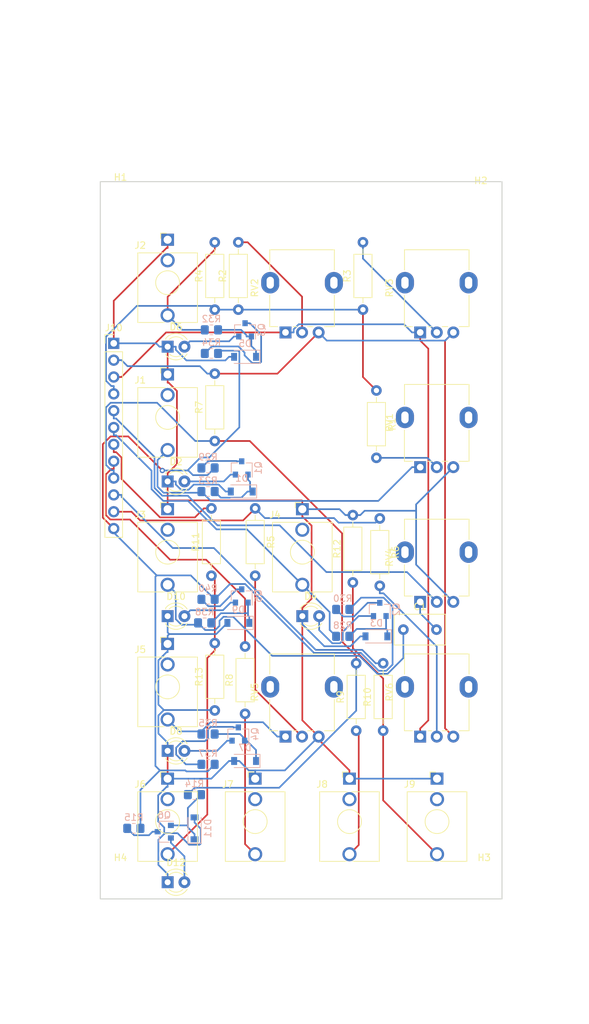
<source format=kicad_pcb>
(kicad_pcb (version 20171130) (host pcbnew 5.1.10)
  (title_block (title "(title)") (comment 1 "PCB for panel") (comment 2 "(description)") (comment 4 "License CC BY 4.0 - Attribution 4.0 International"))
  (layers (0 F.Cu signal) (31 B.Cu signal) (34 B.Paste user) (35 F.Paste user) (36 B.SilkS user) (37 F.SilkS user) (38 B.Mask user) (39 F.Mask user) (44 Edge.Cuts user))
  (net 0 "")
  (net 1 "Net-(C1-Pad2)")
  (net 2 "Net-(J1-PadTN)")
  (net 3 GND)
  (net 4 "Net-(J2-PadTN)")
  (net 5 "Net-(J3-PadTN)")
  (net 6 "Net-(J4-PadTN)")
  (net 7 /sync)
  (net 8 "Net-(J5-PadTN)")
  (net 9 "Net-(J6-PadTN)")
  (net 10 "Net-(J6-PadT)")
  (net 11 "Net-(J7-PadTN)")
  (net 12 "Net-(J7-PadT)")
  (net 13 "Net-(J8-PadTN)")
  (net 14 "Net-(J8-PadT)")
  (net 15 "Net-(J9-PadTN)")
  (net 16 "Net-(J9-PadT)")
  (net 17 /pwm_cv)
  (net 18 /pulse)
  (net 19 /sine)
  (net 20 /ramp)
  (net 21 /triangle)
  (net 22 /lin_fm)
  (net 23 /exp_fm)
  (net 24 +15V)
  (net 25 -15V)
  (net 26 "Net-(R1-Pad2)")
  (net 27 "Net-(R2-Pad2)")
  (net 28 "Net-(R3-Pad2)")
  (net 29 "Net-(R5-Pad2)")
  (net 30 "Net-(R6-Pad2)")
  (net 31 /lin.fm)
  (net 32 "Net-(D1-Pad1)")
  (net 33 "Net-(D2-Pad2)")
  (net 34 "Net-(D3-Pad1)")
  (net 35 "Net-(D4-Pad2)")
  (net 36 "Net-(D5-Pad1)")
  (net 37 "Net-(D6-Pad2)")
  (net 38 "Net-(D7-Pad1)")
  (net 39 "Net-(D8-Pad2)")
  (net 40 "Net-(D9-Pad1)")
  (net 41 "Net-(D10-Pad2)")
  (net 42 "Net-(D11-Pad1)")
  (net 43 "Net-(D12-Pad2)")
  (net 44 /exp.fm)
  (net 45 /v_oct)
  (net 46 /pwm)
  (net 47 "Net-(Q1-Pad3)")
  (net 48 "Net-(Q2-Pad3)")
  (net 49 "Net-(Q3-Pad3)")
  (net 50 "Net-(Q4-Pad3)")
  (net 51 "Net-(Q5-Pad3)")
  (net 52 "Net-(Q6-Pad3)")
  (net 53 +5V)
  (module Resistor_SMD:R_0805_2012Metric_Pad1.20x1.40mm_HandSolder (layer B.Cu) (at 67.056 113.792 180)
    (fp_text reference R40 (at 0 1.65) (layer B.SilkS) (effects (justify mirror)))
    (fp_text value 5.1k)
    (pad 2 smd roundrect (at 1 0 180) (size 1.2 1.4) (layers B.Cu B.Paste B.Mask) (roundrect_rratio 0.208333) (net 51 "Net-(Q5-Pad3)"))
    (pad 1 smd roundrect (at -1 0 180) (size 1.2 1.4) (layers B.Cu B.Paste B.Mask) (roundrect_rratio 0.208333) (net 53 +5V))
  )
  (module Resistor_SMD:R_0805_2012Metric_Pad1.20x1.40mm_HandSolder (layer B.Cu) (at 66.548 117.348 180)
    (fp_text reference R38 (at 0 1.65) (layer B.SilkS) (effects (justify mirror)))
    (fp_text value 100k)
    (pad 2 smd roundrect (at 1 0 180) (size 1.2 1.4) (layers B.Cu B.Paste B.Mask) (roundrect_rratio 0.208333) (net 31 /lin.fm))
    (pad 1 smd roundrect (at -1 0 180) (size 1.2 1.4) (layers B.Cu B.Paste B.Mask) (roundrect_rratio 0.208333) (net 40 "Net-(D9-Pad1)"))
  )
  (module Resistor_SMD:R_0805_2012Metric_Pad1.20x1.40mm_HandSolder (layer B.Cu) (at 67.056 138.684 180)
    (fp_text reference R37 (at 0 1.65) (layer B.SilkS) (effects (justify mirror)))
    (fp_text value 5k)
    (pad 2 smd roundrect (at 1 0 180) (size 1.2 1.4) (layers B.Cu B.Paste B.Mask) (roundrect_rratio 0.208333) (net 50 "Net-(Q4-Pad3)"))
    (pad 1 smd roundrect (at -1 0 180) (size 1.2 1.4) (layers B.Cu B.Paste B.Mask) (roundrect_rratio 0.208333) (net 53 +5V))
  )
  (module Resistor_SMD:R_0805_2012Metric_Pad1.20x1.40mm_HandSolder (layer B.Cu) (at 67.056 134.112 180)
    (fp_text reference R35 (at 0 1.65) (layer B.SilkS) (effects (justify mirror)))
    (fp_text value 100k)
    (pad 2 smd roundrect (at 1 0 180) (size 1.2 1.4) (layers B.Cu B.Paste B.Mask) (roundrect_rratio 0.208333) (net 46 /pwm))
    (pad 1 smd roundrect (at -1 0 180) (size 1.2 1.4) (layers B.Cu B.Paste B.Mask) (roundrect_rratio 0.208333) (net 38 "Net-(D7-Pad1)"))
  )
  (module Resistor_SMD:R_0805_2012Metric_Pad1.20x1.40mm_HandSolder (layer B.Cu) (at 67.564 76.708 180)
    (fp_text reference R34 (at 0 1.65) (layer B.SilkS) (effects (justify mirror)))
    (fp_text value 5.1k)
    (pad 2 smd roundrect (at 1 0 180) (size 1.2 1.4) (layers B.Cu B.Paste B.Mask) (roundrect_rratio 0.208333) (net 49 "Net-(Q3-Pad3)"))
    (pad 1 smd roundrect (at -1 0 180) (size 1.2 1.4) (layers B.Cu B.Paste B.Mask) (roundrect_rratio 0.208333) (net 53 +5V))
  )
  (module Resistor_SMD:R_0805_2012Metric_Pad1.20x1.40mm_HandSolder (layer B.Cu) (at 67.564 73.152 180)
    (fp_text reference R32 (at 0 1.65) (layer B.SilkS) (effects (justify mirror)))
    (fp_text value 100k)
    (pad 2 smd roundrect (at 1 0 180) (size 1.2 1.4) (layers B.Cu B.Paste B.Mask) (roundrect_rratio 0.208333) (net 45 /v_oct))
    (pad 1 smd roundrect (at -1 0 180) (size 1.2 1.4) (layers B.Cu B.Paste B.Mask) (roundrect_rratio 0.208333) (net 36 "Net-(D5-Pad1)"))
  )
  (module Resistor_SMD:R_0805_2012Metric_Pad1.20x1.40mm_HandSolder (layer B.Cu) (at 87.376 115.316 180)
    (fp_text reference R30 (at 0 1.65) (layer B.SilkS) (effects (justify mirror)))
    (fp_text value 5k)
    (pad 2 smd roundrect (at 1 0 180) (size 1.2 1.4) (layers B.Cu B.Paste B.Mask) (roundrect_rratio 0.208333) (net 48 "Net-(Q2-Pad3)"))
    (pad 1 smd roundrect (at -1 0 180) (size 1.2 1.4) (layers B.Cu B.Paste B.Mask) (roundrect_rratio 0.208333) (net 53 +5V))
  )
  (module Resistor_SMD:R_0805_2012Metric_Pad1.20x1.40mm_HandSolder (layer B.Cu) (at 67.056 93.98 180)
    (fp_text reference R29 (at 0 1.65) (layer B.SilkS) (effects (justify mirror)))
    (fp_text value 5.1k)
    (pad 2 smd roundrect (at 1 0 180) (size 1.2 1.4) (layers B.Cu B.Paste B.Mask) (roundrect_rratio 0.208333) (net 47 "Net-(Q1-Pad3)"))
    (pad 1 smd roundrect (at -1 0 180) (size 1.2 1.4) (layers B.Cu B.Paste B.Mask) (roundrect_rratio 0.208333) (net 53 +5V))
  )
  (module Resistor_SMD:R_0805_2012Metric_Pad1.20x1.40mm_HandSolder (layer B.Cu) (at 87.376 119.38 180)
    (fp_text reference R28 (at 0 1.65) (layer B.SilkS) (effects (justify mirror)))
    (fp_text value 100k)
    (pad 2 smd roundrect (at 1 0 180) (size 1.2 1.4) (layers B.Cu B.Paste B.Mask) (roundrect_rratio 0.208333) (net 7 /sync))
    (pad 1 smd roundrect (at -1 0 180) (size 1.2 1.4) (layers B.Cu B.Paste B.Mask) (roundrect_rratio 0.208333) (net 34 "Net-(D3-Pad1)"))
  )
  (module Resistor_SMD:R_0805_2012Metric_Pad1.20x1.40mm_HandSolder (layer B.Cu) (at 67.056 97.536 180)
    (fp_text reference R23 (at 0 1.65) (layer B.SilkS) (effects (justify mirror)))
    (fp_text value 100k)
    (pad 2 smd roundrect (at 1 0 180) (size 1.2 1.4) (layers B.Cu B.Paste B.Mask) (roundrect_rratio 0.208333) (net 44 /exp.fm))
    (pad 1 smd roundrect (at -1 0 180) (size 1.2 1.4) (layers B.Cu B.Paste B.Mask) (roundrect_rratio 0.208333) (net 32 "Net-(D1-Pad1)"))
  )
  (module Resistor_SMD:R_0805_2012Metric_Pad1.20x1.40mm_HandSolder (layer B.Cu) (at 55.864 148.336 180)
    (fp_text reference R15 (at 0 1.65) (layer B.SilkS) (effects (justify mirror)))
    (fp_text value 5k)
    (pad 2 smd roundrect (at 1 0 180) (size 1.2 1.4) (layers B.Cu B.Paste B.Mask) (roundrect_rratio 0.208333) (net 52 "Net-(Q6-Pad3)"))
    (pad 1 smd roundrect (at -1 0 180) (size 1.2 1.4) (layers B.Cu B.Paste B.Mask) (roundrect_rratio 0.208333) (net 53 +5V))
  )
  (module Resistor_SMD:R_0805_2012Metric_Pad1.20x1.40mm_HandSolder (layer B.Cu) (at 65.008 143.256 180)
    (fp_text reference R14 (at 0 1.65) (layer B.SilkS) (effects (justify mirror)))
    (fp_text value 100k)
    (pad 2 smd roundrect (at 1 0 180) (size 1.2 1.4) (layers B.Cu B.Paste B.Mask) (roundrect_rratio 0.208333) (net 19 /sine))
    (pad 1 smd roundrect (at -1 0 180) (size 1.2 1.4) (layers B.Cu B.Paste B.Mask) (roundrect_rratio 0.208333) (net 42 "Net-(D11-Pad1)"))
  )
  (module Package_TO_SOT_SMD:SOT-23 (layer B.Cu) (at 60.452 148.844 180)
    (fp_text reference Q6 (at 0 2.5) (layer B.SilkS) (effects (justify mirror)))
    (fp_text value MMBT3904)
    (pad 3 smd rect (at 1 0 180) (size 0.9 0.8) (layers B.Cu B.Paste B.Mask) (net 52 "Net-(Q6-Pad3)"))
    (pad 2 smd rect (at -1 -0.95 180) (size 0.9 0.8) (layers B.Cu B.Paste B.Mask) (net 43 "Net-(D12-Pad2)"))
    (pad 1 smd rect (at -1 0.95 180) (size 0.9 0.8) (layers B.Cu B.Paste B.Mask) (net 42 "Net-(D11-Pad1)"))
  )
  (module Package_TO_SOT_SMD:SOT-23 (layer B.Cu) (at 72.136 113.284 90)
    (fp_text reference Q5 (at 0 2.5 270) (layer B.SilkS) (effects (justify mirror)))
    (fp_text value MMBT3904)
    (pad 3 smd rect (at 1 0 90) (size 0.9 0.8) (layers B.Cu B.Paste B.Mask) (net 51 "Net-(Q5-Pad3)"))
    (pad 2 smd rect (at -1 -0.95 90) (size 0.9 0.8) (layers B.Cu B.Paste B.Mask) (net 41 "Net-(D10-Pad2)"))
    (pad 1 smd rect (at -1 0.95 90) (size 0.9 0.8) (layers B.Cu B.Paste B.Mask) (net 40 "Net-(D9-Pad1)"))
  )
  (module Package_TO_SOT_SMD:SOT-23 (layer B.Cu) (at 71.628 134.112 90)
    (fp_text reference Q4 (at 0 2.5 270) (layer B.SilkS) (effects (justify mirror)))
    (fp_text value MMBT3904)
    (pad 3 smd rect (at 1 0 90) (size 0.9 0.8) (layers B.Cu B.Paste B.Mask) (net 50 "Net-(Q4-Pad3)"))
    (pad 2 smd rect (at -1 -0.95 90) (size 0.9 0.8) (layers B.Cu B.Paste B.Mask) (net 39 "Net-(D8-Pad2)"))
    (pad 1 smd rect (at -1 0.95 90) (size 0.9 0.8) (layers B.Cu B.Paste B.Mask) (net 38 "Net-(D7-Pad1)"))
  )
  (module Package_TO_SOT_SMD:SOT-23 (layer B.Cu) (at 72.644 73.152 90)
    (fp_text reference Q3 (at 0 2.5 270) (layer B.SilkS) (effects (justify mirror)))
    (fp_text value MMBT3904)
    (pad 3 smd rect (at 1 0 90) (size 0.9 0.8) (layers B.Cu B.Paste B.Mask) (net 49 "Net-(Q3-Pad3)"))
    (pad 2 smd rect (at -1 -0.95 90) (size 0.9 0.8) (layers B.Cu B.Paste B.Mask) (net 37 "Net-(D6-Pad2)"))
    (pad 1 smd rect (at -1 0.95 90) (size 0.9 0.8) (layers B.Cu B.Paste B.Mask) (net 36 "Net-(D5-Pad1)"))
  )
  (module Package_TO_SOT_SMD:SOT-23 (layer B.Cu) (at 92.964 115.316 90)
    (fp_text reference Q2 (at 0 2.5 270) (layer B.SilkS) (effects (justify mirror)))
    (fp_text value MMBT3904)
    (pad 3 smd rect (at 1 0 90) (size 0.9 0.8) (layers B.Cu B.Paste B.Mask) (net 48 "Net-(Q2-Pad3)"))
    (pad 2 smd rect (at -1 -0.95 90) (size 0.9 0.8) (layers B.Cu B.Paste B.Mask) (net 35 "Net-(D4-Pad2)"))
    (pad 1 smd rect (at -1 0.95 90) (size 0.9 0.8) (layers B.Cu B.Paste B.Mask) (net 34 "Net-(D3-Pad1)"))
  )
  (module Package_TO_SOT_SMD:SOT-23 (layer B.Cu) (at 72.136 93.98 90)
    (fp_text reference Q1 (at 0 2.5 270) (layer B.SilkS) (effects (justify mirror)))
    (fp_text value MMBT3904)
    (pad 3 smd rect (at 1 0 90) (size 0.9 0.8) (layers B.Cu B.Paste B.Mask) (net 47 "Net-(Q1-Pad3)"))
    (pad 2 smd rect (at -1 -0.95 90) (size 0.9 0.8) (layers B.Cu B.Paste B.Mask) (net 33 "Net-(D2-Pad2)"))
    (pad 1 smd rect (at -1 0.95 90) (size 0.9 0.8) (layers B.Cu B.Paste B.Mask) (net 32 "Net-(D1-Pad1)"))
  )
  (module LED_THT:LED_D3.0mm (layer F.Cu) (at 60.96 156.464)
    (fp_text reference D12 (at 1.27 -2.96) (layer F.SilkS))
    (fp_text value LED)
    (pad 2 thru_hole circle (at 2.54 0) (size 1.8 1.8) (drill 0.9) (layers *.Cu *.Mask) (net 43 "Net-(D12-Pad2)"))
    (pad 1 thru_hole rect (at 0 0) (size 1.8 1.8) (drill 0.9) (layers *.Cu *.Mask) (net 3 GND))
  )
  (module Diode_SMD:D_SOD-123 (layer B.Cu) (at 65.024 148.336 90)
    (fp_text reference D11 (at 0 2 270) (layer B.SilkS) (effects (justify mirror)))
    (fp_text value 1N4148W)
    (pad 2 smd rect (at 1.65 0 90) (size 0.9 1.2) (layers B.Cu B.Paste B.Mask) (net 3 GND))
    (pad 1 smd rect (at -1.65 0 90) (size 0.9 1.2) (layers B.Cu B.Paste B.Mask) (net 42 "Net-(D11-Pad1)"))
  )
  (module LED_THT:LED_D3.0mm (layer F.Cu) (at 60.96 116.332)
    (fp_text reference D10 (at 1.27 -2.96) (layer F.SilkS))
    (fp_text value LED)
    (pad 2 thru_hole circle (at 2.54 0) (size 1.8 1.8) (drill 0.9) (layers *.Cu *.Mask) (net 41 "Net-(D10-Pad2)"))
    (pad 1 thru_hole rect (at 0 0) (size 1.8 1.8) (drill 0.9) (layers *.Cu *.Mask) (net 3 GND))
  )
  (module Diode_SMD:D_SOD-123 (layer B.Cu) (at 71.628 117.348 180)
    (fp_text reference D9 (at 0 2) (layer B.SilkS) (effects (justify mirror)))
    (fp_text value 1N4148W)
    (pad 2 smd rect (at 1.65 0 180) (size 0.9 1.2) (layers B.Cu B.Paste B.Mask) (net 3 GND))
    (pad 1 smd rect (at -1.65 0 180) (size 0.9 1.2) (layers B.Cu B.Paste B.Mask) (net 40 "Net-(D9-Pad1)"))
  )
  (module LED_THT:LED_D3.0mm (layer F.Cu) (at 60.96 136.652)
    (fp_text reference D8 (at 1.27 -2.96) (layer F.SilkS))
    (fp_text value LED)
    (pad 2 thru_hole circle (at 2.54 0) (size 1.8 1.8) (drill 0.9) (layers *.Cu *.Mask) (net 39 "Net-(D8-Pad2)"))
    (pad 1 thru_hole rect (at 0 0) (size 1.8 1.8) (drill 0.9) (layers *.Cu *.Mask) (net 3 GND))
  )
  (module Diode_SMD:D_SOD-123 (layer B.Cu) (at 72.644 138.176 180)
    (fp_text reference D7 (at 0 2) (layer B.SilkS) (effects (justify mirror)))
    (fp_text value 1N4148W)
    (pad 2 smd rect (at 1.65 0 180) (size 0.9 1.2) (layers B.Cu B.Paste B.Mask) (net 3 GND))
    (pad 1 smd rect (at -1.65 0 180) (size 0.9 1.2) (layers B.Cu B.Paste B.Mask) (net 38 "Net-(D7-Pad1)"))
  )
  (module LED_THT:LED_D3.0mm (layer F.Cu) (at 60.96 75.692)
    (fp_text reference D6 (at 1.27 -2.96) (layer F.SilkS))
    (fp_text value LED)
    (pad 2 thru_hole circle (at 2.54 0) (size 1.8 1.8) (drill 0.9) (layers *.Cu *.Mask) (net 37 "Net-(D6-Pad2)"))
    (pad 1 thru_hole rect (at 0 0) (size 1.8 1.8) (drill 0.9) (layers *.Cu *.Mask) (net 3 GND))
  )
  (module Diode_SMD:D_SOD-123 (layer B.Cu) (at 72.644 77.216 180)
    (fp_text reference D5 (at 0 2) (layer B.SilkS) (effects (justify mirror)))
    (fp_text value 1N4148W)
    (pad 2 smd rect (at 1.65 0 180) (size 0.9 1.2) (layers B.Cu B.Paste B.Mask) (net 3 GND))
    (pad 1 smd rect (at -1.65 0 180) (size 0.9 1.2) (layers B.Cu B.Paste B.Mask) (net 36 "Net-(D5-Pad1)"))
  )
  (module LED_THT:LED_D3.0mm (layer F.Cu) (at 81.28 116.332)
    (fp_text reference D4 (at 1.27 -2.96) (layer F.SilkS))
    (fp_text value LED)
    (pad 2 thru_hole circle (at 2.54 0) (size 1.8 1.8) (drill 0.9) (layers *.Cu *.Mask) (net 35 "Net-(D4-Pad2)"))
    (pad 1 thru_hole rect (at 0 0) (size 1.8 1.8) (drill 0.9) (layers *.Cu *.Mask) (net 3 GND))
  )
  (module Diode_SMD:D_SOD-123 (layer B.Cu) (at 92.456 119.38 180)
    (fp_text reference D3 (at 0 2) (layer B.SilkS) (effects (justify mirror)))
    (fp_text value 1N4148W)
    (pad 2 smd rect (at 1.65 0 180) (size 0.9 1.2) (layers B.Cu B.Paste B.Mask) (net 3 GND))
    (pad 1 smd rect (at -1.65 0 180) (size 0.9 1.2) (layers B.Cu B.Paste B.Mask) (net 34 "Net-(D3-Pad1)"))
  )
  (module LED_THT:LED_D3.0mm (layer F.Cu) (at 60.96 96.012)
    (fp_text reference D2 (at 1.27 -2.96) (layer F.SilkS))
    (fp_text value LED)
    (pad 2 thru_hole circle (at 2.54 0) (size 1.8 1.8) (drill 0.9) (layers *.Cu *.Mask) (net 33 "Net-(D2-Pad2)"))
    (pad 1 thru_hole rect (at 0 0) (size 1.8 1.8) (drill 0.9) (layers *.Cu *.Mask) (net 3 GND))
  )
  (module Diode_SMD:D_SOD-123 (layer B.Cu) (at 72.136 97.536 180)
    (fp_text reference D1 (at 0 2) (layer B.SilkS) (effects (justify mirror)))
    (fp_text value 1N4148W)
    (pad 2 smd rect (at 1.65 0 180) (size 0.9 1.2) (layers B.Cu B.Paste B.Mask) (net 3 GND))
    (pad 1 smd rect (at -1.65 0 180) (size 0.9 1.2) (layers B.Cu B.Paste B.Mask) (net 32 "Net-(D1-Pad1)"))
  )
  (module MountingHole:MountingHole_2.2mm_M2 (layer F.Cu) (at 108.712 155.956)
    (fp_text reference H3 (at 0 -3.2) (layer F.SilkS))
    (fp_text value MountingHole)
    (pad 1 np_thru_hole circle (at 0 0) (size 2.2 2.2) (drill 2.2) (layers *.Cu *.Mask))
  )
  (module MountingHole:MountingHole_2.2mm_M2 (layer F.Cu) (at 108.204 53.848)
    (fp_text reference H2 (at 0 -3.2) (layer F.SilkS))
    (fp_text value MountingHole)
    (pad 1 np_thru_hole circle (at 0 0) (size 2.2 2.2) (drill 2.2) (layers *.Cu *.Mask))
  )
  (module MountingHole:MountingHole_2.2mm_M2 (layer F.Cu) (at 53.848 53.34)
    (fp_text reference H1 (at 0 -3.2) (layer F.SilkS))
    (fp_text value MountingHole)
    (pad 1 np_thru_hole circle (at 0 0) (size 2.2 2.2) (drill 2.2) (layers *.Cu *.Mask))
  )
  (module elektrophon:Potentiometer_Alpha_RD901F-40-00D_Single_Vertical (layer F.Cu) (at 101.6 127 90)
    (fp_text reference RV6 (at -0.79 -7.18 270) (layer F.SilkS))
    (fp_text value 100k)
    (pad "" thru_hole oval (at 0 -4.84 180) (size 2.72 3.24) (drill oval 1.1 1.8) (layers *.Cu *.Mask))
    (pad "" thru_hole oval (at 0 4.76 180) (size 2.72 3.24) (drill oval 1.1 1.8) (layers *.Cu *.Mask))
    (pad 3 thru_hole circle (at -7.5 2.46 180) (size 1.8 1.8) (drill 1) (layers *.Cu *.Mask) (net 25 -15V))
    (pad 2 thru_hole circle (at -7.5 -0.04 180) (size 1.8 1.8) (drill 1) (layers *.Cu *.Mask) (net 30 "Net-(R6-Pad2)"))
    (pad 1 thru_hole rect (at -7.5 -2.54 180) (size 1.8 1.8) (drill 1) (layers *.Cu *.Mask) (net 24 +15V))
  )
  (module elektrophon:Potentiometer_Alpha_RD901F-40-00D_Single_Vertical (layer F.Cu) (at 81.28 127 90)
    (fp_text reference RV5 (at -0.79 -7.18 270) (layer F.SilkS))
    (fp_text value 100k)
    (pad "" thru_hole oval (at 0 -4.84 180) (size 2.72 3.24) (drill oval 1.1 1.8) (layers *.Cu *.Mask))
    (pad "" thru_hole oval (at 0 4.76 180) (size 2.72 3.24) (drill oval 1.1 1.8) (layers *.Cu *.Mask))
    (pad 3 thru_hole circle (at -7.5 2.46 180) (size 1.8 1.8) (drill 1) (layers *.Cu *.Mask) (net 3 GND))
    (pad 2 thru_hole circle (at -7.5 -0.04 180) (size 1.8 1.8) (drill 1) (layers *.Cu *.Mask) (net 29 "Net-(R5-Pad2)"))
    (pad 1 thru_hole rect (at -7.5 -2.54 180) (size 1.8 1.8) (drill 1) (layers *.Cu *.Mask) (net 46 /pwm))
  )
  (module elektrophon:Potentiometer_Alpha_RD901F-40-00D_Single_Vertical (layer F.Cu) (at 101.6 106.68 90)
    (fp_text reference RV4 (at -0.79 -7.18 270) (layer F.SilkS))
    (fp_text value 100k)
    (pad "" thru_hole oval (at 0 -4.84 180) (size 2.72 3.24) (drill oval 1.1 1.8) (layers *.Cu *.Mask))
    (pad "" thru_hole oval (at 0 4.76 180) (size 2.72 3.24) (drill oval 1.1 1.8) (layers *.Cu *.Mask))
    (pad 3 thru_hole circle (at -7.5 2.46 180) (size 1.8 1.8) (drill 1) (layers *.Cu *.Mask) (net 3 GND))
    (pad 2 thru_hole circle (at -7.5 -0.04 180) (size 1.8 1.8) (drill 1) (layers *.Cu *.Mask) (net 22 /lin_fm))
    (pad 1 thru_hole rect (at -7.5 -2.54 180) (size 1.8 1.8) (drill 1) (layers *.Cu *.Mask) (net 1 "Net-(C1-Pad2)"))
  )
  (module elektrophon:Potentiometer_Alpha_RD901F-40-00D_Single_Vertical (layer F.Cu) (at 101.6 66.04 90)
    (fp_text reference RV3 (at -0.79 -7.18 270) (layer F.SilkS))
    (fp_text value 100k)
    (pad "" thru_hole oval (at 0 -4.84 180) (size 2.72 3.24) (drill oval 1.1 1.8) (layers *.Cu *.Mask))
    (pad "" thru_hole oval (at 0 4.76 180) (size 2.72 3.24) (drill oval 1.1 1.8) (layers *.Cu *.Mask))
    (pad 3 thru_hole circle (at -7.5 2.46 180) (size 1.8 1.8) (drill 1) (layers *.Cu *.Mask) (net 25 -15V))
    (pad 2 thru_hole circle (at -7.5 -0.04 180) (size 1.8 1.8) (drill 1) (layers *.Cu *.Mask) (net 28 "Net-(R3-Pad2)"))
    (pad 1 thru_hole rect (at -7.5 -2.54 180) (size 1.8 1.8) (drill 1) (layers *.Cu *.Mask) (net 24 +15V))
  )
  (module elektrophon:Potentiometer_Alpha_RD901F-40-00D_Single_Vertical (layer F.Cu) (at 81.28 66.04 90)
    (fp_text reference RV2 (at -0.79 -7.18 270) (layer F.SilkS))
    (fp_text value 100k)
    (pad "" thru_hole oval (at 0 -4.84 180) (size 2.72 3.24) (drill oval 1.1 1.8) (layers *.Cu *.Mask))
    (pad "" thru_hole oval (at 0 4.76 180) (size 2.72 3.24) (drill oval 1.1 1.8) (layers *.Cu *.Mask))
    (pad 3 thru_hole circle (at -7.5 2.46 180) (size 1.8 1.8) (drill 1) (layers *.Cu *.Mask) (net 25 -15V))
    (pad 2 thru_hole circle (at -7.5 -0.04 180) (size 1.8 1.8) (drill 1) (layers *.Cu *.Mask) (net 27 "Net-(R2-Pad2)"))
    (pad 1 thru_hole rect (at -7.5 -2.54 180) (size 1.8 1.8) (drill 1) (layers *.Cu *.Mask) (net 24 +15V))
  )
  (module elektrophon:Potentiometer_Alpha_RD901F-40-00D_Single_Vertical (layer F.Cu) (at 101.6 86.36 90)
    (fp_text reference RV1 (at -0.79 -7.18 270) (layer F.SilkS))
    (fp_text value 100k)
    (pad "" thru_hole oval (at 0 -4.84 180) (size 2.72 3.24) (drill oval 1.1 1.8) (layers *.Cu *.Mask))
    (pad "" thru_hole oval (at 0 4.76 180) (size 2.72 3.24) (drill oval 1.1 1.8) (layers *.Cu *.Mask))
    (pad 3 thru_hole circle (at -7.5 2.46 180) (size 1.8 1.8) (drill 1) (layers *.Cu *.Mask) (net 3 GND))
    (pad 2 thru_hole circle (at -7.5 -0.04 180) (size 1.8 1.8) (drill 1) (layers *.Cu *.Mask) (net 26 "Net-(R1-Pad2)"))
    (pad 1 thru_hole rect (at -7.5 -2.54 180) (size 1.8 1.8) (drill 1) (layers *.Cu *.Mask) (net 44 /exp.fm))
  )
  (module Resistor_THT:R_Axial_DIN0207_L6.3mm_D2.5mm_P10.16mm_Horizontal (layer F.Cu) (at 68.072 130.556 90)
    (fp_text reference R13 (at 5.08 -2.37 90) (layer F.SilkS))
    (fp_text value 2k)
    (pad 2 thru_hole oval (at 10.16 0 90) (size 1.6 1.6) (drill 0.8) (layers *.Cu *.Mask) (net 10 "Net-(J6-PadT)"))
    (pad 1 thru_hole circle (at 0 0 90) (size 1.6 1.6) (drill 0.8) (layers *.Cu *.Mask) (net 3 GND))
  )
  (module Resistor_THT:R_Axial_DIN0207_L6.3mm_D2.5mm_P10.16mm_Horizontal (layer F.Cu) (at 88.9 111.252 90)
    (fp_text reference R12 (at 5.08 -2.37 90) (layer F.SilkS))
    (fp_text value 1k8)
    (pad 2 thru_hole oval (at 10.16 0 90) (size 1.6 1.6) (drill 0.8) (layers *.Cu *.Mask) (net 3 GND))
    (pad 1 thru_hole circle (at 0 0 90) (size 1.6 1.6) (drill 0.8) (layers *.Cu *.Mask) (net 16 "Net-(J9-PadT)"))
  )
  (module Resistor_THT:R_Axial_DIN0207_L6.3mm_D2.5mm_P10.16mm_Horizontal (layer F.Cu) (at 67.564 110.236 90)
    (fp_text reference R11 (at 5.08 -2.37 90) (layer F.SilkS))
    (fp_text value 2k)
    (pad 2 thru_hole oval (at 10.16 0 90) (size 1.6 1.6) (drill 0.8) (layers *.Cu *.Mask) (net 21 /triangle))
    (pad 1 thru_hole circle (at 0 0 90) (size 1.6 1.6) (drill 0.8) (layers *.Cu *.Mask) (net 10 "Net-(J6-PadT)"))
  )
  (module Resistor_THT:R_Axial_DIN0207_L6.3mm_D2.5mm_P10.16mm_Horizontal (layer F.Cu) (at 93.472 133.604 90)
    (fp_text reference R10 (at 5.08 -2.37 90) (layer F.SilkS))
    (fp_text value 3k)
    (pad 2 thru_hole oval (at 10.16 0 90) (size 1.6 1.6) (drill 0.8) (layers *.Cu *.Mask) (net 18 /pulse))
    (pad 1 thru_hole circle (at 0 0 90) (size 1.6 1.6) (drill 0.8) (layers *.Cu *.Mask) (net 16 "Net-(J9-PadT)"))
  )
  (module Resistor_THT:R_Axial_DIN0207_L6.3mm_D2.5mm_P10.16mm_Horizontal (layer F.Cu) (at 89.408 133.604 90)
    (fp_text reference R9 (at 5.08 -2.37 90) (layer F.SilkS))
    (fp_text value 1k)
    (pad 2 thru_hole oval (at 10.16 0 90) (size 1.6 1.6) (drill 0.8) (layers *.Cu *.Mask) (net 19 /sine))
    (pad 1 thru_hole circle (at 0 0 90) (size 1.6 1.6) (drill 0.8) (layers *.Cu *.Mask) (net 14 "Net-(J8-PadT)"))
  )
  (module Resistor_THT:R_Axial_DIN0207_L6.3mm_D2.5mm_P10.16mm_Horizontal (layer F.Cu) (at 72.644 131.064 90)
    (fp_text reference R8 (at 5.08 -2.37 90) (layer F.SilkS))
    (fp_text value 1k)
    (pad 2 thru_hole oval (at 10.16 0 90) (size 1.6 1.6) (drill 0.8) (layers *.Cu *.Mask) (net 20 /ramp))
    (pad 1 thru_hole circle (at 0 0 90) (size 1.6 1.6) (drill 0.8) (layers *.Cu *.Mask) (net 12 "Net-(J7-PadT)"))
  )
  (module Resistor_THT:R_Axial_DIN0207_L6.3mm_D2.5mm_P10.16mm_Horizontal (layer F.Cu) (at 68.072 89.916 90)
    (fp_text reference R7 (at 5.08 -2.37 90) (layer F.SilkS))
    (fp_text value 5k6)
    (pad 2 thru_hole oval (at 10.16 0 90) (size 1.6 1.6) (drill 0.8) (layers *.Cu *.Mask) (net 25 -15V))
    (pad 1 thru_hole circle (at 0 0 90) (size 1.6 1.6) (drill 0.8) (layers *.Cu *.Mask) (net 19 /sine))
  )
  (module Resistor_THT:R_Axial_DIN0207_L6.3mm_D2.5mm_P10.16mm_Horizontal (layer F.Cu) (at 92.964 101.6 270)
    (fp_text reference R6 (at 5.08 -2.37 90) (layer F.SilkS))
    (fp_text value 330k)
    (pad 2 thru_hole oval (at 10.16 0 270) (size 1.6 1.6) (drill 0.8) (layers *.Cu *.Mask) (net 30 "Net-(R6-Pad2)"))
    (pad 1 thru_hole circle (at 0 0 270) (size 1.6 1.6) (drill 0.8) (layers *.Cu *.Mask) (net 17 /pwm_cv))
  )
  (module Resistor_THT:R_Axial_DIN0207_L6.3mm_D2.5mm_P10.16mm_Horizontal (layer F.Cu) (at 74.168 100.076 270)
    (fp_text reference R5 (at 5.08 -2.37 90) (layer F.SilkS))
    (fp_text value 100k)
    (pad 2 thru_hole oval (at 10.16 0 270) (size 1.6 1.6) (drill 0.8) (layers *.Cu *.Mask) (net 29 "Net-(R5-Pad2)"))
    (pad 1 thru_hole circle (at 0 0 270) (size 1.6 1.6) (drill 0.8) (layers *.Cu *.Mask) (net 17 /pwm_cv))
  )
  (module Resistor_THT:R_Axial_DIN0207_L6.3mm_D2.5mm_P10.16mm_Horizontal (layer F.Cu) (at 68.072 70.104 90)
    (fp_text reference R4 (at 5.08 -2.37 90) (layer F.SilkS))
    (fp_text value 100k)
    (pad 2 thru_hole oval (at 10.16 0 90) (size 1.6 1.6) (drill 0.8) (layers *.Cu *.Mask) (net 45 /v_oct))
    (pad 1 thru_hole circle (at 0 0 90) (size 1.6 1.6) (drill 0.8) (layers *.Cu *.Mask) (net 23 /exp_fm))
  )
  (module Resistor_THT:R_Axial_DIN0207_L6.3mm_D2.5mm_P10.16mm_Horizontal (layer F.Cu) (at 90.424 70.104 90)
    (fp_text reference R3 (at 5.08 -2.37 90) (layer F.SilkS))
    (fp_text value 3M3)
    (pad 2 thru_hole oval (at 10.16 0 90) (size 1.6 1.6) (drill 0.8) (layers *.Cu *.Mask) (net 28 "Net-(R3-Pad2)"))
    (pad 1 thru_hole circle (at 0 0 90) (size 1.6 1.6) (drill 0.8) (layers *.Cu *.Mask) (net 23 /exp_fm))
  )
  (module Resistor_THT:R_Axial_DIN0207_L6.3mm_D2.5mm_P10.16mm_Horizontal (layer F.Cu) (at 71.628 70.104 90)
    (fp_text reference R2 (at 5.08 -2.37 90) (layer F.SilkS))
    (fp_text value 100k)
    (pad 2 thru_hole oval (at 10.16 0 90) (size 1.6 1.6) (drill 0.8) (layers *.Cu *.Mask) (net 27 "Net-(R2-Pad2)"))
    (pad 1 thru_hole circle (at 0 0 90) (size 1.6 1.6) (drill 0.8) (layers *.Cu *.Mask) (net 23 /exp_fm))
  )
  (module Resistor_THT:R_Axial_DIN0207_L6.3mm_D2.5mm_P10.16mm_Horizontal (layer F.Cu) (at 92.456 82.296 270)
    (fp_text reference R1 (at 5.08 -2.37 90) (layer F.SilkS))
    (fp_text value 100k)
    (pad 2 thru_hole oval (at 10.16 0 270) (size 1.6 1.6) (drill 0.8) (layers *.Cu *.Mask) (net 26 "Net-(R1-Pad2)"))
    (pad 1 thru_hole circle (at 0 0 270) (size 1.6 1.6) (drill 0.8) (layers *.Cu *.Mask) (net 23 /exp_fm))
  )
  (module Connector_PinHeader_2.54mm:PinHeader_1x12_P2.54mm_Vertical (layer F.Cu) (at 52.832 75.184)
    (fp_text reference J10 (at 0 -2.33) (layer F.SilkS))
    (fp_text value Conn_01x12_Male)
    (pad 12 thru_hole oval (at 0 27.94) (size 1.7 1.7) (drill 1) (layers *.Cu *.Mask) (net 53 +5V))
    (pad 11 thru_hole oval (at 0 25.4) (size 1.7 1.7) (drill 1) (layers *.Cu *.Mask) (net 17 /pwm_cv))
    (pad 10 thru_hole oval (at 0 22.86) (size 1.7 1.7) (drill 1) (layers *.Cu *.Mask) (net 18 /pulse))
    (pad 9 thru_hole oval (at 0 20.32) (size 1.7 1.7) (drill 1) (layers *.Cu *.Mask) (net 19 /sine))
    (pad 8 thru_hole oval (at 0 17.78) (size 1.7 1.7) (drill 1) (layers *.Cu *.Mask) (net 20 /ramp))
    (pad 7 thru_hole oval (at 0 15.24) (size 1.7 1.7) (drill 1) (layers *.Cu *.Mask) (net 21 /triangle))
    (pad 6 thru_hole oval (at 0 12.7) (size 1.7 1.7) (drill 1) (layers *.Cu *.Mask) (net 7 /sync))
    (pad 5 thru_hole oval (at 0 10.16) (size 1.7 1.7) (drill 1) (layers *.Cu *.Mask) (net 22 /lin_fm))
    (pad 4 thru_hole oval (at 0 7.62) (size 1.7 1.7) (drill 1) (layers *.Cu *.Mask) (net 23 /exp_fm))
    (pad 3 thru_hole oval (at 0 5.08) (size 1.7 1.7) (drill 1) (layers *.Cu *.Mask) (net 24 +15V))
    (pad 2 thru_hole oval (at 0 2.54) (size 1.7 1.7) (drill 1) (layers *.Cu *.Mask) (net 25 -15V))
    (pad 1 thru_hole rect (at 0 0) (size 1.7 1.7) (drill 1) (layers *.Cu *.Mask) (net 3 GND))
  )
  (module elektrophon:Jack_3.5mm_WQP-PJ398SM_Vertical (layer F.Cu) (at 101.6 147.32)
    (fp_text reference J9 (at -4.13 -5.63) (layer F.SilkS))
    (fp_text value AudioJack2_SwitchT)
    (pad TN thru_hole circle (at 0 -3.38 180) (size 2.13 2.13) (drill 1.42) (layers *.Cu *.Mask) (net 15 "Net-(J9-PadTN)"))
    (pad S thru_hole rect (at 0 -6.48 180) (size 1.93 1.83) (drill 1.22) (layers *.Cu *.Mask) (net 3 GND))
    (pad T thru_hole circle (at 0 4.92 180) (size 2.13 2.13) (drill 1.43) (layers *.Cu *.Mask) (net 16 "Net-(J9-PadT)"))
  )
  (module elektrophon:Jack_3.5mm_WQP-PJ398SM_Vertical (layer F.Cu) (at 88.392 147.32)
    (fp_text reference J8 (at -4.13 -5.63) (layer F.SilkS))
    (fp_text value AudioJack2_SwitchT)
    (pad TN thru_hole circle (at 0 -3.38 180) (size 2.13 2.13) (drill 1.42) (layers *.Cu *.Mask) (net 13 "Net-(J8-PadTN)"))
    (pad S thru_hole rect (at 0 -6.48 180) (size 1.93 1.83) (drill 1.22) (layers *.Cu *.Mask) (net 3 GND))
    (pad T thru_hole circle (at 0 4.92 180) (size 2.13 2.13) (drill 1.43) (layers *.Cu *.Mask) (net 14 "Net-(J8-PadT)"))
  )
  (module elektrophon:Jack_3.5mm_WQP-PJ398SM_Vertical (layer F.Cu) (at 74.168 147.32)
    (fp_text reference J7 (at -4.13 -5.63) (layer F.SilkS))
    (fp_text value AudioJack2_SwitchT)
    (pad TN thru_hole circle (at 0 -3.38 180) (size 2.13 2.13) (drill 1.42) (layers *.Cu *.Mask) (net 11 "Net-(J7-PadTN)"))
    (pad S thru_hole rect (at 0 -6.48 180) (size 1.93 1.83) (drill 1.22) (layers *.Cu *.Mask) (net 3 GND))
    (pad T thru_hole circle (at 0 4.92 180) (size 2.13 2.13) (drill 1.43) (layers *.Cu *.Mask) (net 12 "Net-(J7-PadT)"))
  )
  (module elektrophon:Jack_3.5mm_WQP-PJ398SM_Vertical (layer F.Cu) (at 60.96 147.32)
    (fp_text reference J6 (at -4.13 -5.63) (layer F.SilkS))
    (fp_text value AudioJack2_SwitchT)
    (pad TN thru_hole circle (at 0 -3.38 180) (size 2.13 2.13) (drill 1.42) (layers *.Cu *.Mask) (net 9 "Net-(J6-PadTN)"))
    (pad S thru_hole rect (at 0 -6.48 180) (size 1.93 1.83) (drill 1.22) (layers *.Cu *.Mask) (net 3 GND))
    (pad T thru_hole circle (at 0 4.92 180) (size 2.13 2.13) (drill 1.43) (layers *.Cu *.Mask) (net 10 "Net-(J6-PadT)"))
  )
  (module elektrophon:Jack_3.5mm_WQP-PJ398SM_Vertical (layer F.Cu) (at 60.96 127)
    (fp_text reference J5 (at -4.13 -5.63) (layer F.SilkS))
    (fp_text value pwm)
    (pad TN thru_hole circle (at 0 -3.38 180) (size 2.13 2.13) (drill 1.42) (layers *.Cu *.Mask) (net 8 "Net-(J5-PadTN)"))
    (pad S thru_hole rect (at 0 -6.48 180) (size 1.93 1.83) (drill 1.22) (layers *.Cu *.Mask) (net 3 GND))
    (pad T thru_hole circle (at 0 4.92 180) (size 2.13 2.13) (drill 1.43) (layers *.Cu *.Mask) (net 46 /pwm))
  )
  (module elektrophon:Jack_3.5mm_WQP-PJ398SM_Vertical (layer F.Cu) (at 81.28 106.68)
    (fp_text reference J4 (at -4.13 -5.63) (layer F.SilkS))
    (fp_text value sync)
    (pad TN thru_hole circle (at 0 -3.38 180) (size 2.13 2.13) (drill 1.42) (layers *.Cu *.Mask) (net 6 "Net-(J4-PadTN)"))
    (pad S thru_hole rect (at 0 -6.48 180) (size 1.93 1.83) (drill 1.22) (layers *.Cu *.Mask) (net 3 GND))
    (pad T thru_hole circle (at 0 4.92 180) (size 2.13 2.13) (drill 1.43) (layers *.Cu *.Mask) (net 7 /sync))
  )
  (module elektrophon:Jack_3.5mm_WQP-PJ398SM_Vertical (layer F.Cu) (at 60.96 106.68)
    (fp_text reference J3 (at -4.13 -5.63) (layer F.SilkS))
    (fp_text value lin.fm)
    (pad TN thru_hole circle (at 0 -3.38 180) (size 2.13 2.13) (drill 1.42) (layers *.Cu *.Mask) (net 5 "Net-(J3-PadTN)"))
    (pad S thru_hole rect (at 0 -6.48 180) (size 1.93 1.83) (drill 1.22) (layers *.Cu *.Mask) (net 3 GND))
    (pad T thru_hole circle (at 0 4.92 180) (size 2.13 2.13) (drill 1.43) (layers *.Cu *.Mask) (net 31 /lin.fm))
  )
  (module elektrophon:Jack_3.5mm_WQP-PJ398SM_Vertical (layer F.Cu) (at 60.96 66.04)
    (fp_text reference J2 (at -4.13 -5.63) (layer F.SilkS))
    (fp_text value 1v/oct)
    (pad TN thru_hole circle (at 0 -3.38 180) (size 2.13 2.13) (drill 1.42) (layers *.Cu *.Mask) (net 4 "Net-(J2-PadTN)"))
    (pad S thru_hole rect (at 0 -6.48 180) (size 1.93 1.83) (drill 1.22) (layers *.Cu *.Mask) (net 3 GND))
    (pad T thru_hole circle (at 0 4.92 180) (size 2.13 2.13) (drill 1.43) (layers *.Cu *.Mask) (net 45 /v_oct))
  )
  (module elektrophon:Jack_3.5mm_WQP-PJ398SM_Vertical (layer F.Cu) (at 60.96 86.36)
    (fp_text reference J1 (at -4.13 -5.63) (layer F.SilkS))
    (fp_text value exp.fm)
    (pad TN thru_hole circle (at 0 -3.38 180) (size 2.13 2.13) (drill 1.42) (layers *.Cu *.Mask) (net 2 "Net-(J1-PadTN)"))
    (pad S thru_hole rect (at 0 -6.48 180) (size 1.93 1.83) (drill 1.22) (layers *.Cu *.Mask) (net 3 GND))
    (pad T thru_hole circle (at 0 4.92 180) (size 2.13 2.13) (drill 1.43) (layers *.Cu *.Mask) (net 44 /exp.fm))
  )
  (module MountingHole:MountingHole_2.2mm_M2 (layer F.Cu) (at 53.848 155.956)
    (fp_text reference H4 (at 0 -3.2) (layer F.SilkS))
    (fp_text value MountingHole)
    (pad 1 np_thru_hole circle (at 0 0) (size 2.2 2.2) (drill 2.2) (layers *.Cu *.Mask))
  )
  (module Capacitor_THT:C_Disc_D7.5mm_W4.4mm_P5.00mm (layer F.Cu) (at 96.52 118.364)
    (fp_text reference C1 (at 2.5 -3.45) (layer F.SilkS))
    (fp_text value 0.22u)
    (pad 2 thru_hole circle (at 5 0) (size 1.6 1.6) (drill 0.8) (layers *.Cu *.Mask) (net 1 "Net-(C1-Pad2)"))
    (pad 1 thru_hole circle (at 0 0) (size 1.6 1.6) (drill 0.8) (layers *.Cu *.Mask) (net 31 /lin.fm))
  )
  (gr_line (start 50.8 50.8) (end 50.8 158.98) (layer Edge.Cuts) (width 0.15))
  (gr_line (start 111.4 158.98) (end 50.8 158.98) (layer Edge.Cuts) (width 0.15))
  (gr_line (start 111.4 50.8) (end 111.4 158.98) (layer Edge.Cuts) (width 0.15))
  (gr_line (start 50.8 50.8) (end 111.4 50.8) (layer Edge.Cuts) (width 0.15))
  (segment (start 101.52 118.364) (end 99.06 115.904) (width 0.25) (layer B.Cu) (net 1))
  (segment (start 99.06 115.904) (end 99.06 114.18) (width 0.25) (layer B.Cu) (net 1))
  (segment (start 88.392 140.84) (end 88.392 139.5997) (width 0.25) (layer F.Cu) (net 3))
  (segment (start 88.392 139.5997) (end 83.74 134.9477) (width 0.25) (layer F.Cu) (net 3))
  (segment (start 83.74 134.9477) (end 83.74 134.5) (width 0.25) (layer F.Cu) (net 3))
  (segment (start 81.28 116.332) (end 81.28 132.04) (width 0.25) (layer F.Cu) (net 3))
  (segment (start 81.28 132.04) (end 83.74 134.5) (width 0.25) (layer F.Cu) (net 3))
  (segment (start 61.2057 119.034) (end 68.292 119.034) (width 0.25) (layer B.Cu) (net 3))
  (segment (start 68.292 119.034) (end 69.978 117.348) (width 0.25) (layer B.Cu) (net 3))
  (segment (start 60.96 119.2797) (end 61.2057 119.034) (width 0.25) (layer B.Cu) (net 3))
  (segment (start 61.2057 119.034) (end 60.96 118.7883) (width 0.25) (layer B.Cu) (net 3))
  (segment (start 60.96 118.7883) (end 60.96 116.332) (width 0.25) (layer B.Cu) (net 3))
  (segment (start 60.96 79.88) (end 60.96 81.1203) (width 0.25) (layer F.Cu) (net 3))
  (segment (start 60.96 81.1203) (end 61.115 81.1203) (width 0.25) (layer F.Cu) (net 3))
  (segment (start 61.115 81.1203) (end 62.3618 82.3671) (width 0.25) (layer F.Cu) (net 3))
  (segment (start 62.3618 82.3671) (end 62.3618 93.3849) (width 0.25) (layer F.Cu) (net 3))
  (segment (start 62.3618 93.3849) (end 60.96 94.7867) (width 0.25) (layer F.Cu) (net 3))
  (segment (start 60.96 75.692) (end 60.96 79.88) (width 0.25) (layer F.Cu) (net 3))
  (segment (start 60.96 96.012) (end 60.96 94.7867) (width 0.25) (layer F.Cu) (net 3))
  (segment (start 60.96 98.8713) (end 60.96 100.2) (width 0.25) (layer F.Cu) (net 3))
  (segment (start 60.96 96.012) (end 60.96 98.8713) (width 0.25) (layer F.Cu) (net 3))
  (segment (start 60.96 98.8713) (end 81.1916 98.8713) (width 0.25) (layer F.Cu) (net 3))
  (segment (start 81.1916 98.8713) (end 81.28 98.9597) (width 0.25) (layer F.Cu) (net 3))
  (segment (start 81.28 100.2) (end 81.28 98.9597) (width 0.25) (layer F.Cu) (net 3))
  (segment (start 87.7747 101.092) (end 86.8827 100.2) (width 0.25) (layer B.Cu) (net 3))
  (segment (start 86.8827 100.2) (end 81.28 100.2) (width 0.25) (layer B.Cu) (net 3))
  (segment (start 70.486 97.536) (end 69.7107 97.536) (width 0.25) (layer B.Cu) (net 3))
  (segment (start 60.96 96.012) (end 62.1853 96.012) (width 0.25) (layer B.Cu) (net 3))
  (segment (start 62.1853 96.012) (end 62.1853 96.4715) (width 0.25) (layer B.Cu) (net 3))
  (segment (start 62.1853 96.4715) (end 62.9799 97.2661) (width 0.25) (layer B.Cu) (net 3))
  (segment (start 62.9799 97.2661) (end 64.1203 97.2661) (width 0.25) (layer B.Cu) (net 3))
  (segment (start 64.1203 97.2661) (end 64.9004 96.486) (width 0.25) (layer B.Cu) (net 3))
  (segment (start 64.9004 96.486) (end 68.6607 96.486) (width 0.25) (layer B.Cu) (net 3))
  (segment (start 68.6607 96.486) (end 69.7107 97.536) (width 0.25) (layer B.Cu) (net 3))
  (segment (start 60.96 59.56) (end 60.96 60.8003) (width 0.25) (layer F.Cu) (net 3))
  (segment (start 52.832 75.184) (end 52.832 68.7733) (width 0.25) (layer F.Cu) (net 3))
  (segment (start 52.832 68.7733) (end 60.805 60.8003) (width 0.25) (layer F.Cu) (net 3))
  (segment (start 60.805 60.8003) (end 60.96 60.8003) (width 0.25) (layer F.Cu) (net 3))
  (segment (start 60.3926 130.4929) (end 68.0089 130.4929) (width 0.25) (layer B.Cu) (net 3))
  (segment (start 68.0089 130.4929) (end 68.072 130.556) (width 0.25) (layer B.Cu) (net 3))
  (segment (start 60.96 135.4267) (end 59.5694 134.0361) (width 0.25) (layer B.Cu) (net 3))
  (segment (start 59.5694 134.0361) (end 59.5694 131.3161) (width 0.25) (layer B.Cu) (net 3))
  (segment (start 59.5694 131.3161) (end 60.3926 130.4929) (width 0.25) (layer B.Cu) (net 3))
  (segment (start 60.3926 130.4929) (end 59.5694 129.6697) (width 0.25) (layer B.Cu) (net 3))
  (segment (start 59.5694 129.6697) (end 59.5694 122.9959) (width 0.25) (layer B.Cu) (net 3))
  (segment (start 59.5694 122.9959) (end 60.805 121.7603) (width 0.25) (layer B.Cu) (net 3))
  (segment (start 60.805 121.7603) (end 60.96 121.7603) (width 0.25) (layer B.Cu) (net 3))
  (segment (start 60.96 120.52) (end 60.96 121.7603) (width 0.25) (layer B.Cu) (net 3))
  (segment (start 60.96 120.52) (end 60.96 119.2797) (width 0.25) (layer B.Cu) (net 3))
  (segment (start 60.96 136.652) (end 60.96 135.4267) (width 0.25) (layer B.Cu) (net 3))
  (segment (start 62.1853 75.692) (end 62.1853 76.1516) (width 0.25) (layer B.Cu) (net 3))
  (segment (start 62.1853 76.1516) (end 63.7988 77.7651) (width 0.25) (layer B.Cu) (net 3))
  (segment (start 63.7988 77.7651) (end 69.6696 77.7651) (width 0.25) (layer B.Cu) (net 3))
  (segment (start 69.6696 77.7651) (end 70.2187 77.216) (width 0.25) (layer B.Cu) (net 3))
  (segment (start 60.452 149.0685) (end 60.452 149.1741) (width 0.25) (layer B.Cu) (net 3))
  (segment (start 60.452 149.1741) (end 59.5662 150.0599) (width 0.25) (layer B.Cu) (net 3))
  (segment (start 59.5662 150.0599) (end 59.5662 153.8449) (width 0.25) (layer B.Cu) (net 3))
  (segment (start 59.5662 153.8449) (end 60.96 155.2387) (width 0.25) (layer B.Cu) (net 3))
  (segment (start 60.96 142.0803) (end 60.805 142.0803) (width 0.25) (layer B.Cu) (net 3))
  (segment (start 60.805 142.0803) (end 59.538 143.3473) (width 0.25) (layer B.Cu) (net 3))
  (segment (start 59.538 143.3473) (end 59.538 147.2992) (width 0.25) (layer B.Cu) (net 3))
  (segment (start 59.538 147.2992) (end 60.452 148.2132) (width 0.25) (layer B.Cu) (net 3))
  (segment (start 60.452 148.2132) (end 60.452 149.0685) (width 0.25) (layer B.Cu) (net 3))
  (segment (start 60.452 149.0685) (end 62.4633 149.0685) (width 0.25) (layer B.Cu) (net 3))
  (segment (start 62.4633 149.0685) (end 64.2011 150.8063) (width 0.25) (layer B.Cu) (net 3))
  (segment (start 64.2011 150.8063) (end 65.7753 150.8063) (width 0.25) (layer B.Cu) (net 3))
  (segment (start 65.7753 150.8063) (end 65.957 150.6246) (width 0.25) (layer B.Cu) (net 3))
  (segment (start 65.957 150.6246) (end 65.957 148.3943) (width 0.25) (layer B.Cu) (net 3))
  (segment (start 65.957 148.3943) (end 65.024 147.4613) (width 0.25) (layer B.Cu) (net 3))
  (segment (start 60.96 156.464) (end 60.96 155.2387) (width 0.25) (layer B.Cu) (net 3))
  (segment (start 90.0307 119.38) (end 88.5336 120.8771) (width 0.25) (layer B.Cu) (net 3))
  (segment (start 88.5336 120.8771) (end 84.5998 120.8771) (width 0.25) (layer B.Cu) (net 3))
  (segment (start 84.5998 120.8771) (end 81.28 117.5573) (width 0.25) (layer B.Cu) (net 3))
  (segment (start 98.4454 100.4349) (end 98.4454 108.5654) (width 0.25) (layer B.Cu) (net 3))
  (segment (start 98.4454 108.5654) (end 104.06 114.18) (width 0.25) (layer B.Cu) (net 3))
  (segment (start 104.06 93.86) (end 98.4454 99.4746) (width 0.25) (layer B.Cu) (net 3))
  (segment (start 98.4454 99.4746) (end 98.4454 100.4349) (width 0.25) (layer B.Cu) (net 3))
  (segment (start 98.4454 100.4349) (end 90.6824 100.4349) (width 0.25) (layer B.Cu) (net 3))
  (segment (start 90.6824 100.4349) (end 90.0253 101.092) (width 0.25) (layer B.Cu) (net 3))
  (segment (start 90.806 119.38) (end 90.0307 119.38) (width 0.25) (layer B.Cu) (net 3))
  (segment (start 81.28 116.332) (end 81.28 117.5573) (width 0.25) (layer B.Cu) (net 3))
  (segment (start 60.96 140.84) (end 60.96 142.0803) (width 0.25) (layer B.Cu) (net 3))
  (segment (start 70.2187 138.176) (end 67.5547 140.84) (width 0.25) (layer B.Cu) (net 3))
  (segment (start 67.5547 140.84) (end 60.96 140.84) (width 0.25) (layer B.Cu) (net 3))
  (segment (start 81.28 116.332) (end 81.28 115.1067) (width 0.25) (layer F.Cu) (net 3))
  (segment (start 81.28 100.2) (end 81.28 101.4403) (width 0.25) (layer F.Cu) (net 3))
  (segment (start 81.28 101.4403) (end 81.435 101.4403) (width 0.25) (layer F.Cu) (net 3))
  (segment (start 81.435 101.4403) (end 82.6772 102.6825) (width 0.25) (layer F.Cu) (net 3))
  (segment (start 82.6772 102.6825) (end 82.6772 113.7095) (width 0.25) (layer F.Cu) (net 3))
  (segment (start 82.6772 113.7095) (end 81.28 115.1067) (width 0.25) (layer F.Cu) (net 3))
  (segment (start 70.994 138.176) (end 70.2187 138.176) (width 0.25) (layer B.Cu) (net 3))
  (segment (start 71.3817 138.176) (end 70.994 138.176) (width 0.25) (layer B.Cu) (net 3))
  (segment (start 65.024 146.686) (end 65.024 147.4613) (width 0.25) (layer B.Cu) (net 3))
  (segment (start 60.96 140.84) (end 60.96 136.652) (width 0.25) (layer F.Cu) (net 3))
  (segment (start 71.3817 138.176) (end 71.7693 138.176) (width 0.25) (layer B.Cu) (net 3))
  (segment (start 60.96 75.692) (end 62.1853 75.692) (width 0.25) (layer B.Cu) (net 3))
  (segment (start 70.994 77.216) (end 70.2187 77.216) (width 0.25) (layer B.Cu) (net 3))
  (segment (start 83.74 134.5) (end 78.6403 139.5997) (width 0.25) (layer B.Cu) (net 3))
  (segment (start 78.6403 139.5997) (end 74.168 139.5997) (width 0.25) (layer B.Cu) (net 3))
  (segment (start 88.9 101.092) (end 90.0253 101.092) (width 0.25) (layer B.Cu) (net 3))
  (segment (start 60.96 75.692) (end 59.7347 75.692) (width 0.25) (layer B.Cu) (net 3))
  (segment (start 52.832 75.184) (end 59.2267 75.184) (width 0.25) (layer B.Cu) (net 3))
  (segment (start 59.2267 75.184) (end 59.7347 75.692) (width 0.25) (layer B.Cu) (net 3))
  (segment (start 88.392 140.84) (end 101.6 140.84) (width 0.25) (layer B.Cu) (net 3))
  (segment (start 74.168 140.84) (end 74.168 139.5997) (width 0.25) (layer B.Cu) (net 3))
  (segment (start 74.168 139.5997) (end 73.193 139.5997) (width 0.25) (layer B.Cu) (net 3))
  (segment (start 73.193 139.5997) (end 71.7693 138.176) (width 0.25) (layer B.Cu) (net 3))
  (segment (start 88.9 101.092) (end 87.7747 101.092) (width 0.25) (layer B.Cu) (net 3))
  (segment (start 52.832 89.0593) (end 53.1994 89.0593) (width 0.25) (layer B.Cu) (net 7))
  (segment (start 53.1994 89.0593) (end 58.5332 94.3931) (width 0.25) (layer B.Cu) (net 7))
  (segment (start 58.5332 94.3931) (end 58.5332 97.1785) (width 0.25) (layer B.Cu) (net 7))
  (segment (start 58.5332 97.1785) (end 60.3054 98.9507) (width 0.25) (layer B.Cu) (net 7))
  (segment (start 60.3054 98.9507) (end 64.0396 98.9507) (width 0.25) (layer B.Cu) (net 7))
  (segment (start 64.0396 98.9507) (end 68.3363 103.2474) (width 0.25) (layer B.Cu) (net 7))
  (segment (start 68.3363 103.2474) (end 72.9274 103.2474) (width 0.25) (layer B.Cu) (net 7))
  (segment (start 72.9274 103.2474) (end 81.28 111.6) (width 0.25) (layer B.Cu) (net 7))
  (segment (start 86.376 119.38) (end 85.4021 118.4061) (width 0.25) (layer B.Cu) (net 7))
  (segment (start 85.4021 118.4061) (end 85.4021 115.7221) (width 0.25) (layer B.Cu) (net 7))
  (segment (start 85.4021 115.7221) (end 81.28 111.6) (width 0.25) (layer B.Cu) (net 7))
  (segment (start 52.832 87.884) (end 52.832 89.0593) (width 0.25) (layer B.Cu) (net 7))
  (segment (start 68.072 120.396) (end 68.072 121.5213) (width 0.25) (layer F.Cu) (net 10))
  (segment (start 60.96 152.24) (end 66.9467 146.2533) (width 0.25) (layer F.Cu) (net 10))
  (segment (start 66.9467 146.2533) (end 66.9467 122.6466) (width 0.25) (layer F.Cu) (net 10))
  (segment (start 66.9467 122.6466) (end 68.072 121.5213) (width 0.25) (layer F.Cu) (net 10))
  (segment (start 68.072 120.396) (end 68.072 110.744) (width 0.25) (layer F.Cu) (net 10))
  (segment (start 68.072 110.744) (end 67.564 110.236) (width 0.25) (layer F.Cu) (net 10))
  (segment (start 74.168 152.24) (end 72.644 150.716) (width 0.25) (layer F.Cu) (net 12))
  (segment (start 72.644 150.716) (end 72.644 131.064) (width 0.25) (layer F.Cu) (net 12))
  (segment (start 88.392 152.24) (end 89.787 150.845) (width 0.25) (layer F.Cu) (net 14))
  (segment (start 89.787 150.845) (end 89.787 133.983) (width 0.25) (layer F.Cu) (net 14))
  (segment (start 89.787 133.983) (end 89.408 133.604) (width 0.25) (layer F.Cu) (net 14))
  (segment (start 93.472 133.604) (end 93.472 125.7458) (width 0.25) (layer F.Cu) (net 16))
  (segment (start 93.472 125.7458) (end 88.9 121.1738) (width 0.25) (layer F.Cu) (net 16))
  (segment (start 88.9 121.1738) (end 88.9 111.252) (width 0.25) (layer F.Cu) (net 16))
  (segment (start 101.6 152.24) (end 93.472 144.112) (width 0.25) (layer F.Cu) (net 16))
  (segment (start 93.472 144.112) (end 93.472 133.604) (width 0.25) (layer F.Cu) (net 16))
  (segment (start 74.168 100.076) (end 75.6344 101.5424) (width 0.25) (layer B.Cu) (net 17))
  (segment (start 75.6344 101.5424) (end 86.0688 101.5424) (width 0.25) (layer B.Cu) (net 17))
  (segment (start 86.0688 101.5424) (end 86.7557 102.2293) (width 0.25) (layer B.Cu) (net 17))
  (segment (start 86.7557 102.2293) (end 92.3347 102.2293) (width 0.25) (layer B.Cu) (net 17))
  (segment (start 92.3347 102.2293) (end 92.964 101.6) (width 0.25) (layer B.Cu) (net 17))
  (segment (start 54.0073 100.584) (end 55.5099 100.584) (width 0.25) (layer F.Cu) (net 17))
  (segment (start 55.5099 100.584) (end 56.818 101.8921) (width 0.25) (layer F.Cu) (net 17))
  (segment (start 56.818 101.8921) (end 72.3519 101.8921) (width 0.25) (layer F.Cu) (net 17))
  (segment (start 72.3519 101.8921) (end 74.168 100.076) (width 0.25) (layer F.Cu) (net 17))
  (segment (start 52.832 100.584) (end 54.0073 100.584) (width 0.25) (layer F.Cu) (net 17))
  (segment (start 92.3467 123.444) (end 90.3208 121.4181) (width 0.25) (layer B.Cu) (net 18))
  (segment (start 90.3208 121.4181) (end 83.3004 121.4181) (width 0.25) (layer B.Cu) (net 18))
  (segment (start 83.3004 121.4181) (end 67.9413 106.059) (width 0.25) (layer B.Cu) (net 18))
  (segment (start 67.9413 106.059) (end 61.7285 106.059) (width 0.25) (layer B.Cu) (net 18))
  (segment (start 61.7285 106.059) (end 54.0073 98.3378) (width 0.25) (layer B.Cu) (net 18))
  (segment (start 54.0073 98.3378) (end 54.0073 98.044) (width 0.25) (layer B.Cu) (net 18))
  (segment (start 93.472 123.444) (end 92.3467 123.444) (width 0.25) (layer B.Cu) (net 18))
  (segment (start 52.832 98.044) (end 54.0073 98.044) (width 0.25) (layer B.Cu) (net 18))
  (segment (start 52.832 95.504) (end 52.832 94.3287) (width 0.25) (layer B.Cu) (net 19))
  (segment (start 52.832 94.3287) (end 52.4647 94.3287) (width 0.25) (layer B.Cu) (net 19))
  (segment (start 52.4647 94.3287) (end 51.6502 93.5142) (width 0.25) (layer B.Cu) (net 19))
  (segment (start 51.6502 93.5142) (end 51.6502 84.8605) (width 0.25) (layer B.Cu) (net 19))
  (segment (start 51.6502 84.8605) (end 52.3626 84.1481) (width 0.25) (layer B.Cu) (net 19))
  (segment (start 52.3626 84.1481) (end 59.3685 84.1481) (width 0.25) (layer B.Cu) (net 19))
  (segment (start 59.3685 84.1481) (end 65.1364 89.916) (width 0.25) (layer B.Cu) (net 19))
  (segment (start 65.1364 89.916) (end 68.072 89.916) (width 0.25) (layer B.Cu) (net 19))
  (segment (start 89.408 123.444) (end 89.408 122.3187) (width 0.25) (layer F.Cu) (net 19))
  (segment (start 68.072 89.916) (end 73.3557 89.916) (width 0.25) (layer F.Cu) (net 19))
  (segment (start 73.3557 89.916) (end 87.2765 103.8368) (width 0.25) (layer F.Cu) (net 19))
  (segment (start 87.2765 103.8368) (end 87.2765 120.1872) (width 0.25) (layer F.Cu) (net 19))
  (segment (start 87.2765 120.1872) (end 89.408 122.3187) (width 0.25) (layer F.Cu) (net 19))
  (segment (start 64.008 143.256) (end 65.0519 142.2121) (width 0.25) (layer B.Cu) (net 19))
  (segment (start 65.0519 142.2121) (end 77.7875 142.2121) (width 0.25) (layer B.Cu) (net 19))
  (segment (start 77.7875 142.2121) (end 89.408 130.5916) (width 0.25) (layer B.Cu) (net 19))
  (segment (start 89.408 130.5916) (end 89.408 123.444) (width 0.25) (layer B.Cu) (net 19))
  (segment (start 52.832 92.964) (end 52.832 94.1393) (width 0.25) (layer F.Cu) (net 20))
  (segment (start 52.832 94.1393) (end 52.4647 94.1393) (width 0.25) (layer F.Cu) (net 20))
  (segment (start 52.4647 94.1393) (end 51.6375 94.9665) (width 0.25) (layer F.Cu) (net 20))
  (segment (start 51.6375 94.9665) (end 51.6375 101.0829) (width 0.25) (layer F.Cu) (net 20))
  (segment (start 51.6375 101.0829) (end 52.314 101.7594) (width 0.25) (layer F.Cu) (net 20))
  (segment (start 52.314 101.7594) (end 55.2758 101.7594) (width 0.25) (layer F.Cu) (net 20))
  (segment (start 55.2758 101.7594) (end 61.3304 107.814) (width 0.25) (layer F.Cu) (net 20))
  (segment (start 61.3304 107.814) (end 66.7628 107.814) (width 0.25) (layer F.Cu) (net 20))
  (segment (start 66.7628 107.814) (end 72.644 113.6952) (width 0.25) (layer F.Cu) (net 20))
  (segment (start 72.644 113.6952) (end 72.644 120.904) (width 0.25) (layer F.Cu) (net 20))
  (segment (start 67.564 100.076) (end 66.4387 100.076) (width 0.25) (layer F.Cu) (net 21))
  (segment (start 52.832 90.424) (end 52.832 91.5993) (width 0.25) (layer F.Cu) (net 21))
  (segment (start 52.832 91.5993) (end 53.1994 91.5993) (width 0.25) (layer F.Cu) (net 21))
  (segment (start 53.1994 91.5993) (end 54.0073 92.4072) (width 0.25) (layer F.Cu) (net 21))
  (segment (start 54.0073 92.4072) (end 54.0073 95.636) (width 0.25) (layer F.Cu) (net 21))
  (segment (start 54.0073 95.636) (end 59.8117 101.4404) (width 0.25) (layer F.Cu) (net 21))
  (segment (start 59.8117 101.4404) (end 65.0743 101.4404) (width 0.25) (layer F.Cu) (net 21))
  (segment (start 65.0743 101.4404) (end 66.4387 100.076) (width 0.25) (layer F.Cu) (net 21))
  (segment (start 52.832 86.5193) (end 53.1818 86.5193) (width 0.25) (layer B.Cu) (net 22))
  (segment (start 53.1818 86.5193) (end 58.9835 92.321) (width 0.25) (layer B.Cu) (net 22))
  (segment (start 58.9835 92.321) (end 58.9835 96.9919) (width 0.25) (layer B.Cu) (net 22))
  (segment (start 58.9835 96.9919) (end 60.1585 98.1669) (width 0.25) (layer B.Cu) (net 22))
  (segment (start 60.1585 98.1669) (end 64.0052 98.1669) (width 0.25) (layer B.Cu) (net 22))
  (segment (start 64.0052 98.1669) (end 68.4761 102.6378) (width 0.25) (layer B.Cu) (net 22))
  (segment (start 68.4761 102.6378) (end 77.8582 102.6378) (width 0.25) (layer B.Cu) (net 22))
  (segment (start 77.8582 102.6378) (end 84.9065 109.6861) (width 0.25) (layer B.Cu) (net 22))
  (segment (start 84.9065 109.6861) (end 97.0661 109.6861) (width 0.25) (layer B.Cu) (net 22))
  (segment (start 97.0661 109.6861) (end 101.56 114.18) (width 0.25) (layer B.Cu) (net 22))
  (segment (start 52.832 85.344) (end 52.832 86.5193) (width 0.25) (layer B.Cu) (net 22))
  (segment (start 52.832 82.804) (end 52.832 81.6287) (width 0.25) (layer B.Cu) (net 23))
  (segment (start 52.832 81.6287) (end 52.4647 81.6287) (width 0.25) (layer B.Cu) (net 23))
  (segment (start 52.4647 81.6287) (end 51.6566 80.8206) (width 0.25) (layer B.Cu) (net 23))
  (segment (start 51.6566 80.8206) (end 51.6566 74.1949) (width 0.25) (layer B.Cu) (net 23))
  (segment (start 51.6566 74.1949) (end 56.3134 69.5381) (width 0.25) (layer B.Cu) (net 23))
  (segment (start 56.3134 69.5381) (end 67.5061 69.5381) (width 0.25) (layer B.Cu) (net 23))
  (segment (start 67.5061 69.5381) (end 68.072 70.104) (width 0.25) (layer B.Cu) (net 23))
  (segment (start 71.628 70.104) (end 90.424 70.104) (width 0.25) (layer B.Cu) (net 23))
  (segment (start 68.072 70.104) (end 71.628 70.104) (width 0.25) (layer B.Cu) (net 23))
  (segment (start 92.456 82.296) (end 90.424 80.264) (width 0.25) (layer F.Cu) (net 23))
  (segment (start 90.424 80.264) (end 90.424 70.104) (width 0.25) (layer F.Cu) (net 23))
  (segment (start 99.06 73.54) (end 97.8347 73.54) (width 0.25) (layer B.Cu) (net 24))
  (segment (start 78.74 73.54) (end 79.9653 73.54) (width 0.25) (layer B.Cu) (net 24))
  (segment (start 79.9653 73.54) (end 79.9653 73.0805) (width 0.25) (layer B.Cu) (net 24))
  (segment (start 79.9653 73.0805) (end 80.7311 72.3147) (width 0.25) (layer B.Cu) (net 24))
  (segment (start 80.7311 72.3147) (end 96.6094 72.3147) (width 0.25) (layer B.Cu) (net 24))
  (segment (start 96.6094 72.3147) (end 97.8347 73.54) (width 0.25) (layer B.Cu) (net 24))
  (segment (start 52.832 80.264) (end 54.0073 80.264) (width 0.25) (layer F.Cu) (net 24))
  (segment (start 54.0073 80.264) (end 60.7313 73.54) (width 0.25) (layer F.Cu) (net 24))
  (segment (start 60.7313 73.54) (end 78.74 73.54) (width 0.25) (layer F.Cu) (net 24))
  (segment (start 99.06 73.54) (end 99.06 74.7653) (width 0.25) (layer F.Cu) (net 24))
  (segment (start 99.06 134.5) (end 99.06 133.2747) (width 0.25) (layer F.Cu) (net 24))
  (segment (start 99.06 133.2747) (end 100.2853 132.0494) (width 0.25) (layer F.Cu) (net 24))
  (segment (start 100.2853 132.0494) (end 100.2853 75.9906) (width 0.25) (layer F.Cu) (net 24))
  (segment (start 100.2853 75.9906) (end 99.06 74.7653) (width 0.25) (layer F.Cu) (net 24))
  (segment (start 83.74 73.54) (end 84.9683 74.7683) (width 0.25) (layer B.Cu) (net 25))
  (segment (start 84.9683 74.7683) (end 102.8317 74.7683) (width 0.25) (layer B.Cu) (net 25))
  (segment (start 102.8317 74.7683) (end 104.06 73.54) (width 0.25) (layer B.Cu) (net 25))
  (segment (start 68.072 79.756) (end 66.9467 79.756) (width 0.25) (layer B.Cu) (net 25))
  (segment (start 52.832 77.724) (end 54.0073 77.724) (width 0.25) (layer B.Cu) (net 25))
  (segment (start 54.0073 77.724) (end 54.914 78.6307) (width 0.25) (layer B.Cu) (net 25))
  (segment (start 54.914 78.6307) (end 65.8214 78.6307) (width 0.25) (layer B.Cu) (net 25))
  (segment (start 65.8214 78.6307) (end 66.9467 79.756) (width 0.25) (layer B.Cu) (net 25))
  (segment (start 104.06 73.54) (end 102.81 74.79) (width 0.25) (layer F.Cu) (net 25))
  (segment (start 102.81 74.79) (end 102.81 133.25) (width 0.25) (layer F.Cu) (net 25))
  (segment (start 102.81 133.25) (end 104.06 134.5) (width 0.25) (layer F.Cu) (net 25))
  (segment (start 68.072 79.756) (end 77.524 79.756) (width 0.25) (layer F.Cu) (net 25))
  (segment (start 77.524 79.756) (end 83.74 73.54) (width 0.25) (layer F.Cu) (net 25))
  (segment (start 92.456 92.456) (end 100.156 92.456) (width 0.25) (layer B.Cu) (net 26))
  (segment (start 100.156 92.456) (end 101.56 93.86) (width 0.25) (layer B.Cu) (net 26))
  (segment (start 71.628 59.944) (end 73.0357 59.944) (width 0.25) (layer F.Cu) (net 27))
  (segment (start 73.0357 59.944) (end 81.24 68.1483) (width 0.25) (layer F.Cu) (net 27))
  (segment (start 81.24 68.1483) (end 81.24 73.54) (width 0.25) (layer F.Cu) (net 27))
  (segment (start 90.424 59.944) (end 90.424 62.404) (width 0.25) (layer B.Cu) (net 28))
  (segment (start 90.424 62.404) (end 101.56 73.54) (width 0.25) (layer B.Cu) (net 28))
  (segment (start 74.168 110.236) (end 74.168 127.428) (width 0.25) (layer F.Cu) (net 29))
  (segment (start 74.168 127.428) (end 81.24 134.5) (width 0.25) (layer F.Cu) (net 29))
  (segment (start 101.56 134.5) (end 101.56 120.9239) (width 0.25) (layer B.Cu) (net 30))
  (segment (start 101.56 120.9239) (end 93.5214 112.8853) (width 0.25) (layer B.Cu) (net 30))
  (segment (start 93.5214 112.8853) (end 92.964 112.8853) (width 0.25) (layer B.Cu) (net 30))
  (segment (start 92.964 111.76) (end 92.964 112.8853) (width 0.25) (layer B.Cu) (net 30))
  (segment (start 60.96 111.6) (end 62.1854 112.8254) (width 0.25) (layer B.Cu) (net 31))
  (segment (start 62.1854 112.8254) (end 62.1854 116.7757) (width 0.25) (layer B.Cu) (net 31))
  (segment (start 62.1854 116.7757) (end 63.0336 117.6239) (width 0.25) (layer B.Cu) (net 31))
  (segment (start 63.0336 117.6239) (end 65.2721 117.6239) (width 0.25) (layer B.Cu) (net 31))
  (segment (start 65.2721 117.6239) (end 65.548 117.348) (width 0.25) (layer B.Cu) (net 31))
  (segment (start 96.52 118.364) (end 96.52 122.6464) (width 0.25) (layer B.Cu) (net 31))
  (segment (start 96.52 122.6464) (end 94.145 125.0214) (width 0.25) (layer B.Cu) (net 31))
  (segment (start 94.145 125.0214) (end 92.5957 125.0214) (width 0.25) (layer B.Cu) (net 31))
  (segment (start 92.5957 125.0214) (end 89.893 122.3187) (width 0.25) (layer B.Cu) (net 31))
  (segment (start 89.893 122.3187) (end 76.7378 122.3187) (width 0.25) (layer B.Cu) (net 31))
  (segment (start 76.7378 122.3187) (end 70.8417 116.4226) (width 0.25) (layer B.Cu) (net 31))
  (segment (start 70.8417 116.4226) (end 69.3933 116.4226) (width 0.25) (layer B.Cu) (net 31))
  (segment (start 69.3933 116.4226) (end 68.7855 117.0304) (width 0.25) (layer B.Cu) (net 31))
  (segment (start 68.7855 117.0304) (end 68.7855 117.7873) (width 0.25) (layer B.Cu) (net 31))
  (segment (start 68.7855 117.7873) (end 68.1477 118.4251) (width 0.25) (layer B.Cu) (net 31))
  (segment (start 68.1477 118.4251) (end 66.6251 118.4251) (width 0.25) (layer B.Cu) (net 31))
  (segment (start 66.6251 118.4251) (end 65.548 117.348) (width 0.25) (layer B.Cu) (net 31))
  (segment (start 73.086 94.98) (end 73.086 95.7553) (width 0.25) (layer B.Cu) (net 32))
  (segment (start 73.3984 97.536) (end 73.3984 96.0677) (width 0.25) (layer B.Cu) (net 32))
  (segment (start 73.3984 96.0677) (end 73.086 95.7553) (width 0.25) (layer B.Cu) (net 32))
  (segment (start 73.3984 97.536) (end 73.0107 97.536) (width 0.25) (layer B.Cu) (net 32))
  (segment (start 73.786 97.536) (end 73.3984 97.536) (width 0.25) (layer B.Cu) (net 32))
  (segment (start 73.0107 97.536) (end 72.0853 98.4614) (width 0.25) (layer B.Cu) (net 32))
  (segment (start 72.0853 98.4614) (end 68.9814 98.4614) (width 0.25) (layer B.Cu) (net 32))
  (segment (start 68.9814 98.4614) (end 68.056 97.536) (width 0.25) (layer B.Cu) (net 32))
  (segment (start 71.186 94.98) (end 70.4607 94.98) (width 0.25) (layer B.Cu) (net 33))
  (segment (start 63.5 96.012) (end 69.4287 96.012) (width 0.25) (layer B.Cu) (net 33))
  (segment (start 69.4287 96.012) (end 70.4607 94.98) (width 0.25) (layer B.Cu) (net 33))
  (segment (start 93.914 118.2627) (end 93.914 116.316) (width 0.25) (layer B.Cu) (net 34))
  (segment (start 94.106 118.4547) (end 93.914 118.2627) (width 0.25) (layer B.Cu) (net 34))
  (segment (start 93.914 118.2627) (end 89.4933 118.2627) (width 0.25) (layer B.Cu) (net 34))
  (segment (start 89.4933 118.2627) (end 88.376 119.38) (width 0.25) (layer B.Cu) (net 34))
  (segment (start 94.106 119.38) (end 94.106 118.4547) (width 0.25) (layer B.Cu) (net 34))
  (segment (start 83.82 116.332) (end 83.82 118.4389) (width 0.25) (layer B.Cu) (net 35))
  (segment (start 83.82 118.4389) (end 85.8078 120.4267) (width 0.25) (layer B.Cu) (net 35))
  (segment (start 85.8078 120.4267) (end 86.9468 120.4267) (width 0.25) (layer B.Cu) (net 35))
  (segment (start 86.9468 120.4267) (end 87.376 119.9975) (width 0.25) (layer B.Cu) (net 35))
  (segment (start 87.376 119.9975) (end 87.376 118.722) (width 0.25) (layer B.Cu) (net 35))
  (segment (start 87.376 118.722) (end 89.782 116.316) (width 0.25) (layer B.Cu) (net 35))
  (segment (start 89.782 116.316) (end 92.014 116.316) (width 0.25) (layer B.Cu) (net 35))
  (segment (start 73.594 74.152) (end 72.8687 74.152) (width 0.25) (layer B.Cu) (net 36))
  (segment (start 72.8687 74.152) (end 72.8687 73.9707) (width 0.25) (layer B.Cu) (net 36))
  (segment (start 72.8687 73.9707) (end 72.05 73.152) (width 0.25) (layer B.Cu) (net 36))
  (segment (start 72.05 73.152) (end 68.564 73.152) (width 0.25) (layer B.Cu) (net 36))
  (segment (start 74.294 76.2907) (end 73.594 75.5907) (width 0.25) (layer B.Cu) (net 36))
  (segment (start 73.594 75.5907) (end 73.594 74.152) (width 0.25) (layer B.Cu) (net 36))
  (segment (start 74.294 77.216) (end 74.294 76.2907) (width 0.25) (layer B.Cu) (net 36))
  (segment (start 71.694 74.152) (end 70.9687 74.152) (width 0.25) (layer B.Cu) (net 37))
  (segment (start 63.5 75.692) (end 64.3147 74.8773) (width 0.25) (layer B.Cu) (net 37))
  (segment (start 64.3147 74.8773) (end 70.2434 74.8773) (width 0.25) (layer B.Cu) (net 37))
  (segment (start 70.2434 74.8773) (end 70.9687 74.152) (width 0.25) (layer B.Cu) (net 37))
  (segment (start 74.294 138.176) (end 74.294 136.5244) (width 0.25) (layer B.Cu) (net 38))
  (segment (start 74.294 136.5244) (end 72.8816 135.112) (width 0.25) (layer B.Cu) (net 38))
  (segment (start 72.8816 135.112) (end 71.8816 134.112) (width 0.25) (layer B.Cu) (net 38))
  (segment (start 71.8816 134.112) (end 68.056 134.112) (width 0.25) (layer B.Cu) (net 38))
  (segment (start 72.578 135.112) (end 72.8816 135.112) (width 0.25) (layer B.Cu) (net 38))
  (segment (start 70.678 135.112) (end 69.9527 135.112) (width 0.25) (layer B.Cu) (net 39))
  (segment (start 63.5 136.652) (end 68.4127 136.652) (width 0.25) (layer B.Cu) (net 39))
  (segment (start 68.4127 136.652) (end 69.9527 135.112) (width 0.25) (layer B.Cu) (net 39))
  (segment (start 67.548 117.348) (end 69.003 115.893) (width 0.25) (layer B.Cu) (net 40))
  (segment (start 69.003 115.893) (end 73.086 115.893) (width 0.25) (layer B.Cu) (net 40))
  (segment (start 73.086 115.893) (end 73.086 114.284) (width 0.25) (layer B.Cu) (net 40))
  (segment (start 73.278 116.4227) (end 73.086 116.2307) (width 0.25) (layer B.Cu) (net 40))
  (segment (start 73.086 116.2307) (end 73.086 115.893) (width 0.25) (layer B.Cu) (net 40))
  (segment (start 73.278 117.348) (end 73.278 116.4227) (width 0.25) (layer B.Cu) (net 40))
  (segment (start 71.186 114.284) (end 70.4607 114.284) (width 0.25) (layer B.Cu) (net 41))
  (segment (start 63.5 116.332) (end 64.3894 115.4426) (width 0.25) (layer B.Cu) (net 41))
  (segment (start 64.3894 115.4426) (end 69.3021 115.4426) (width 0.25) (layer B.Cu) (net 41))
  (segment (start 69.3021 115.4426) (end 70.4607 114.284) (width 0.25) (layer B.Cu) (net 41))
  (segment (start 64.0156 147.894) (end 64.0156 145.2484) (width 0.25) (layer B.Cu) (net 42))
  (segment (start 64.0156 145.2484) (end 66.008 143.256) (width 0.25) (layer B.Cu) (net 42))
  (segment (start 65.024 149.2107) (end 64.0156 148.2023) (width 0.25) (layer B.Cu) (net 42))
  (segment (start 64.0156 148.2023) (end 64.0156 147.894) (width 0.25) (layer B.Cu) (net 42))
  (segment (start 64.0156 147.894) (end 61.452 147.894) (width 0.25) (layer B.Cu) (net 42))
  (segment (start 65.024 149.986) (end 65.024 149.2107) (width 0.25) (layer B.Cu) (net 42))
  (segment (start 61.452 149.794) (end 61.452 150.5193) (width 0.25) (layer B.Cu) (net 43))
  (segment (start 63.5 156.464) (end 63.5 152.5673) (width 0.25) (layer B.Cu) (net 43))
  (segment (start 63.5 152.5673) (end 61.452 150.5193) (width 0.25) (layer B.Cu) (net 43))
  (segment (start 60.96 91.28) (end 59.4338 92.8062) (width 0.25) (layer B.Cu) (net 44))
  (segment (start 59.4338 92.8062) (end 59.4338 96.8053) (width 0.25) (layer B.Cu) (net 44))
  (segment (start 59.4338 96.8053) (end 60.345 97.7165) (width 0.25) (layer B.Cu) (net 44))
  (segment (start 60.345 97.7165) (end 65.8755 97.7165) (width 0.25) (layer B.Cu) (net 44))
  (segment (start 65.8755 97.7165) (end 66.056 97.536) (width 0.25) (layer B.Cu) (net 44))
  (segment (start 66.056 97.536) (end 67.4705 98.9505) (width 0.25) (layer B.Cu) (net 44))
  (segment (start 67.4705 98.9505) (end 92.7442 98.9505) (width 0.25) (layer B.Cu) (net 44))
  (segment (start 92.7442 98.9505) (end 97.8347 93.86) (width 0.25) (layer B.Cu) (net 44))
  (segment (start 99.06 93.86) (end 97.8347 93.86) (width 0.25) (layer B.Cu) (net 44))
  (segment (start 68.072 59.944) (end 68.072 61.0693) (width 0.25) (layer F.Cu) (net 45))
  (segment (start 60.96 70.96) (end 60.96 68.1813) (width 0.25) (layer F.Cu) (net 45))
  (segment (start 60.96 68.1813) (end 68.072 61.0693) (width 0.25) (layer F.Cu) (net 45))
  (segment (start 60.96 70.96) (end 63.152 73.152) (width 0.25) (layer B.Cu) (net 45))
  (segment (start 63.152 73.152) (end 66.564 73.152) (width 0.25) (layer B.Cu) (net 45))
  (segment (start 66.056 133.7139) (end 66.056 134.112) (width 0.25) (layer B.Cu) (net 46))
  (segment (start 77.5147 134.5) (end 75.35 132.3353) (width 0.25) (layer B.Cu) (net 46))
  (segment (start 75.35 132.3353) (end 67.4346 132.3353) (width 0.25) (layer B.Cu) (net 46))
  (segment (start 67.4346 132.3353) (end 66.056 133.7139) (width 0.25) (layer B.Cu) (net 46))
  (segment (start 60.96 131.92) (end 62.7539 133.7139) (width 0.25) (layer B.Cu) (net 46))
  (segment (start 62.7539 133.7139) (end 66.056 133.7139) (width 0.25) (layer B.Cu) (net 46))
  (segment (start 78.74 134.5) (end 77.5147 134.5) (width 0.25) (layer B.Cu) (net 46))
  (segment (start 72.136 92.98) (end 71.4107 92.98) (width 0.25) (layer B.Cu) (net 47))
  (segment (start 71.4107 92.98) (end 71.3605 92.9298) (width 0.25) (layer B.Cu) (net 47))
  (segment (start 71.3605 92.9298) (end 67.1062 92.9298) (width 0.25) (layer B.Cu) (net 47))
  (segment (start 67.1062 92.9298) (end 66.056 93.98) (width 0.25) (layer B.Cu) (net 47))
  (segment (start 92.964 114.316) (end 91.1451 114.316) (width 0.25) (layer B.Cu) (net 48))
  (segment (start 91.1451 114.316) (end 89.0751 116.386) (width 0.25) (layer B.Cu) (net 48))
  (segment (start 89.0751 116.386) (end 87.446 116.386) (width 0.25) (layer B.Cu) (net 48))
  (segment (start 87.446 116.386) (end 86.376 115.316) (width 0.25) (layer B.Cu) (net 48))
  (segment (start 72.644 72.152) (end 73.3693 72.152) (width 0.25) (layer B.Cu) (net 49))
  (segment (start 66.564 76.708) (end 67.616 75.656) (width 0.25) (layer B.Cu) (net 49))
  (segment (start 67.616 75.656) (end 71.6432 75.656) (width 0.25) (layer B.Cu) (net 49))
  (segment (start 71.6432 75.656) (end 72.567 76.5798) (width 0.25) (layer B.Cu) (net 49))
  (segment (start 72.567 76.5798) (end 72.567 76.9998) (width 0.25) (layer B.Cu) (net 49))
  (segment (start 72.567 76.9998) (end 73.7243 78.1571) (width 0.25) (layer B.Cu) (net 49))
  (segment (start 73.7243 78.1571) (end 74.8877 78.1571) (width 0.25) (layer B.Cu) (net 49))
  (segment (start 74.8877 78.1571) (end 75.0694 77.9754) (width 0.25) (layer B.Cu) (net 49))
  (segment (start 75.0694 77.9754) (end 75.0694 73.8521) (width 0.25) (layer B.Cu) (net 49))
  (segment (start 75.0694 73.8521) (end 73.3693 72.152) (width 0.25) (layer B.Cu) (net 49))
  (segment (start 71.628 133.112) (end 70.9027 133.112) (width 0.25) (layer B.Cu) (net 50))
  (segment (start 70.9027 133.112) (end 70.8211 133.0304) (width 0.25) (layer B.Cu) (net 50))
  (segment (start 70.8211 133.0304) (end 67.4564 133.0304) (width 0.25) (layer B.Cu) (net 50))
  (segment (start 67.4564 133.0304) (end 67.056 133.4308) (width 0.25) (layer B.Cu) (net 50))
  (segment (start 67.056 133.4308) (end 67.056 134.7315) (width 0.25) (layer B.Cu) (net 50))
  (segment (start 67.056 134.7315) (end 66.5975 135.19) (width 0.25) (layer B.Cu) (net 50))
  (segment (start 66.5975 135.19) (end 63.2285 135.19) (width 0.25) (layer B.Cu) (net 50))
  (segment (start 63.2285 135.19) (end 62.2506 136.1679) (width 0.25) (layer B.Cu) (net 50))
  (segment (start 62.2506 136.1679) (end 62.2506 137.2218) (width 0.25) (layer B.Cu) (net 50))
  (segment (start 62.2506 137.2218) (end 63.7128 138.684) (width 0.25) (layer B.Cu) (net 50))
  (segment (start 63.7128 138.684) (end 66.056 138.684) (width 0.25) (layer B.Cu) (net 50))
  (segment (start 72.136 112.284) (end 71.4107 112.284) (width 0.25) (layer B.Cu) (net 51))
  (segment (start 71.4107 112.284) (end 68.858 114.8367) (width 0.25) (layer B.Cu) (net 51))
  (segment (start 68.858 114.8367) (end 67.1007 114.8367) (width 0.25) (layer B.Cu) (net 51))
  (segment (start 67.1007 114.8367) (end 66.056 113.792) (width 0.25) (layer B.Cu) (net 51))
  (segment (start 59.452 148.844) (end 58.6767 148.844) (width 0.25) (layer B.Cu) (net 52))
  (segment (start 58.6767 148.844) (end 58.1424 149.3783) (width 0.25) (layer B.Cu) (net 52))
  (segment (start 58.1424 149.3783) (end 55.9063 149.3783) (width 0.25) (layer B.Cu) (net 52))
  (segment (start 55.9063 149.3783) (end 54.864 148.336) (width 0.25) (layer B.Cu) (net 52))
  (segment (start 64.0812 94.3622) (end 64.7842 95.0652) (width 0.25) (layer B.Cu) (net 53))
  (segment (start 64.7842 95.0652) (end 66.9708 95.0652) (width 0.25) (layer B.Cu) (net 53))
  (segment (start 66.9708 95.0652) (end 68.056 93.98) (width 0.25) (layer B.Cu) (net 53))
  (segment (start 60.1591 94.3622) (end 64.0812 94.3622) (width 0.25) (layer B.Cu) (net 53))
  (segment (start 64.0812 94.3622) (end 64.0812 94.2395) (width 0.25) (layer B.Cu) (net 53))
  (segment (start 64.0812 94.2395) (end 65.9195 92.4012) (width 0.25) (layer B.Cu) (net 53))
  (segment (start 65.9195 92.4012) (end 67.2328 92.4012) (width 0.25) (layer B.Cu) (net 53))
  (segment (start 67.2328 92.4012) (end 71.7819 87.8521) (width 0.25) (layer B.Cu) (net 53))
  (segment (start 71.7819 87.8521) (end 71.7819 76.4527) (width 0.25) (layer B.Cu) (net 53))
  (segment (start 71.7819 76.4527) (end 71.6198 76.2906) (width 0.25) (layer B.Cu) (net 53))
  (segment (start 71.6198 76.2906) (end 68.9814 76.2906) (width 0.25) (layer B.Cu) (net 53))
  (segment (start 68.9814 76.2906) (end 68.564 76.708) (width 0.25) (layer B.Cu) (net 53))
  (segment (start 52.832 103.124) (end 51.1861 101.4781) (width 0.25) (layer F.Cu) (net 53))
  (segment (start 51.1861 101.4781) (end 51.1861 90.3931) (width 0.25) (layer F.Cu) (net 53))
  (segment (start 51.1861 90.3931) (end 52.3523 89.2269) (width 0.25) (layer F.Cu) (net 53))
  (segment (start 52.3523 89.2269) (end 55.0238 89.2269) (width 0.25) (layer F.Cu) (net 53))
  (segment (start 55.0238 89.2269) (end 60.1591 94.3622) (width 0.25) (layer F.Cu) (net 53))
  (segment (start 88.376 115.316) (end 90.1514 113.5406) (width 0.25) (layer B.Cu) (net 53))
  (segment (start 90.1514 113.5406) (end 93.5367 113.5406) (width 0.25) (layer B.Cu) (net 53))
  (segment (start 93.5367 113.5406) (end 94.8915 114.8954) (width 0.25) (layer B.Cu) (net 53))
  (segment (start 94.8915 114.8954) (end 94.8915 123.6339) (width 0.25) (layer B.Cu) (net 53))
  (segment (start 94.8915 123.6339) (end 93.9544 124.571) (width 0.25) (layer B.Cu) (net 53))
  (segment (start 93.9544 124.571) (end 92.8007 124.571) (width 0.25) (layer B.Cu) (net 53))
  (segment (start 92.8007 124.571) (end 90.0981 121.8684) (width 0.25) (layer B.Cu) (net 53))
  (segment (start 90.0981 121.8684) (end 83.0342 121.8684) (width 0.25) (layer B.Cu) (net 53))
  (segment (start 83.0342 121.8684) (end 72.652 111.4862) (width 0.25) (layer B.Cu) (net 53))
  (segment (start 72.652 111.4862) (end 70.3618 111.4862) (width 0.25) (layer B.Cu) (net 53))
  (segment (start 70.3618 111.4862) (end 68.056 113.792) (width 0.25) (layer B.Cu) (net 53))
  (segment (start 59.3091 110.1887) (end 64.4527 110.1887) (width 0.25) (layer B.Cu) (net 53))
  (segment (start 64.4527 110.1887) (end 68.056 113.792) (width 0.25) (layer B.Cu) (net 53))
  (segment (start 52.832 103.7116) (end 59.3091 110.1887) (width 0.25) (layer B.Cu) (net 53))
  (segment (start 59.3091 110.1887) (end 59.119 110.3788) (width 0.25) (layer B.Cu) (net 53))
  (segment (start 59.119 110.3788) (end 59.119 138.9237) (width 0.25) (layer B.Cu) (net 53))
  (segment (start 59.119 138.9237) (end 59.7949 139.5996) (width 0.25) (layer B.Cu) (net 53))
  (segment (start 52.832 103.124) (end 52.832 103.7116) (width 0.25) (layer B.Cu) (net 53))
  (segment (start 59.7949 139.5996) (end 63.6402 139.5996) (width 0.25) (layer B.Cu) (net 53))
  (segment (start 63.6402 139.5996) (end 63.7926 139.752) (width 0.25) (layer B.Cu) (net 53))
  (segment (start 63.7926 139.752) (end 66.988 139.752) (width 0.25) (layer B.Cu) (net 53))
  (segment (start 66.988 139.752) (end 68.056 138.684) (width 0.25) (layer B.Cu) (net 53))
  (segment (start 56.864 148.336) (end 56.864 142.5305) (width 0.25) (layer B.Cu) (net 53))
  (segment (start 56.864 142.5305) (end 59.7949 139.5996) (width 0.25) (layer B.Cu) (net 53))
  (via (at 60.1591 94.3622) (size 0.8) (layers F.Cu B.Cu) (net 53))
)
</source>
